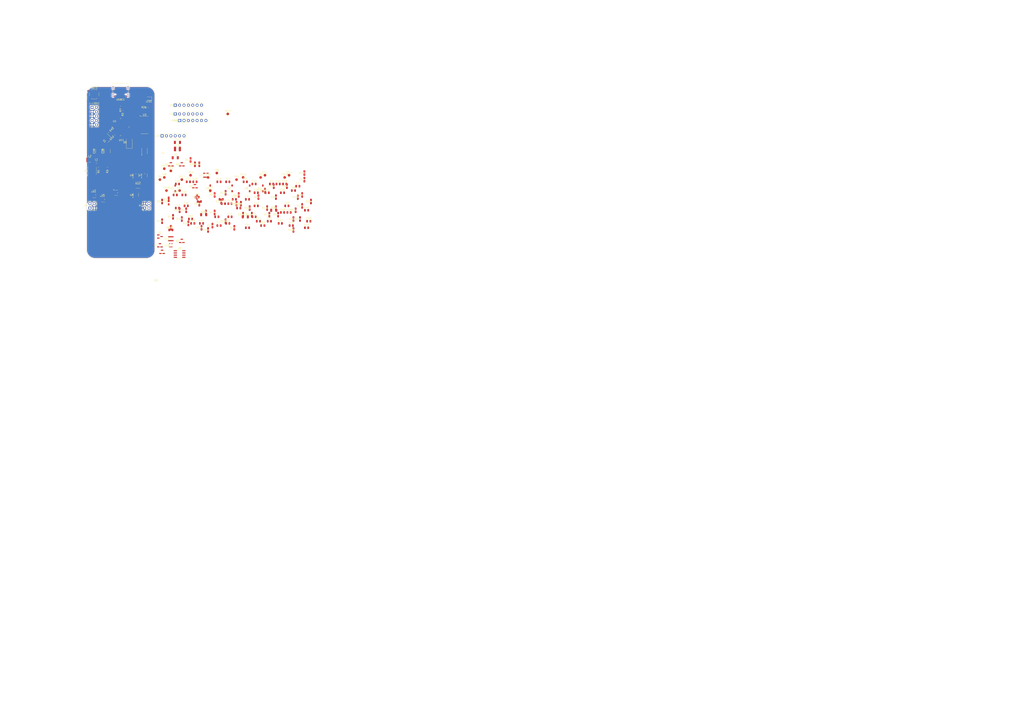
<source format=kicad_pcb>
(kicad_pcb (version 20241229) (generator "pcbnew") (generator_version "9.0")
  (title_block (title "bGeigieScint") (date "2025-11-23") (rev "1.3") (company "Safecast"))
  (layers (0 "F.Cu" signal) (4 "In1.Cu" power "GND") (6 "In2.Cu" power "VCC") (2 "B.Cu" signal) (13 "F.Paste" user) (15 "B.Paste" user) (5 "F.SilkS" user "F.Silkscreen") (7 "B.SilkS" user "B.Silkscreen") (1 "F.Mask" user) (3 "B.Mask" user) (25 "Edge.Cuts" user))
  (net 0 "")
  (net 1 "GND")
  (net 2 "Net-(U11-IN)")
  (net 3 "3V0")
  (net 4 "3V3")
  (net 5 "Vload")
  (net 6 "Net-(U11-ADJ)")
  (net 7 "Vbias")
  (net 8 "Net-(C9-Pad2)")
  (net 9 "PB03_PEAKDET_EN")
  (net 10 "USBSHIELD")
  (net 11 "RESET")
  (net 12 "Net-(U7-IN+)")
  (net 13 "Net-(Q1-C)")
  (net 14 "Net-(U4-+IN)")
  (net 15 "Net-(C29-Pad2)")
  (net 16 "Net-(C30-Pad2)")
  (net 17 "Net-(D2-C)")
  (net 18 "Net-(U6-VIN-)")
  (net 19 "Net-(U14--IN)")
  (net 20 "PA04_RAMP_OUT")
  (net 21 "Net-(U1-PA01)")
  (net 22 "Net-(U1-PA00)")
  (net 23 "Net-(U1-VDDCORE)")
  (net 24 "Net-(U1-VDDANA)")
  (net 25 "VL")
  (net 26 "Net-(D10-K)")
  (net 27 "USBDP")
  (net 28 "Vbus")
  (net 31 "USBDN")
  (net 32 "Net-(D2-A)")
  (net 33 "Net-(D3-K)")
  (net 34 "Net-(D4-A)")
  (net 35 "Net-(D4-K)")
  (net 36 "Net-(D6-K)")
  (net 37 "Net-(D6-A)")
  (net 38 "PA18_TRG_OUT")
  (net 39 "Net-(U3-Q0)")
  (net 40 "Net-(D8-A)")
  (net 41 "Net-(H2-Pad3)")
  (net 42 "Net-(H2-Pad5)")
  (net 43 "Net-(H2-Pad2)")
  (net 44 "Net-(H2-Pad4)")
  (net 45 "Net-(H2-Pad1)")
  (net 46 "Net-(H2-Pad6)")
  (net 47 "Net-(H3-Pad3)")
  (net 48 "Net-(H3-Pad2)")
  (net 49 "Net-(H3-Pad1)")
  (net 50 "Net-(H3-Pad6)")
  (net 51 "Net-(H3-Pad4)")
  (net 52 "Net-(H3-Pad5)")
  (net 53 "PA07_PEAKDET_OUT")
  (net 54 "SiPM_A")
  (net 55 "PA08_RESET")
  (net 56 "SWDCLK")
  (net 59 "SWDIO")
  (net 61 "Net-(L2-Pad2)")
  (net 62 "Net-(LED1-A)")
  (net 63 "Net-(LED1-C)")
  (net 64 "Net-(U2-VOUT)")
  (net 65 "PA17_SCL")
  (net 66 "PA16_SDA")
  (net 67 "Net-(Q1-B)")
  (net 68 "Net-(Q2-B)")
  (net 69 "VExt")
  (net 70 "PA21")
  (net 71 "Net-(Q4-D)")
  (net 72 "Net-(Q5-C)")
  (net 73 "USBVBUS")
  (net 74 "Net-(USBC1-CC1)")
  (net 75 "Net-(USBC1-CC2)")
  (net 76 "PA02_DAC_HV")
  (net 77 "Net-(BUT1-C)")
  (net 78 "Net-(U13-IN+)")
  (net 79 "PB10_HV_COMP_OUT")
  (net 80 "Net-(U13-IN-)")
  (net 81 "Net-(U4--IN)")
  (net 82 "Net-(U4-OUTPUT)")
  (net 83 "PA05_DAC_THR")
  (net 84 "PA11_RAMP_TRG")
  (net 85 "Net-(U14-+IN)")
  (net 86 "PA03_RAMP_EN")
  (net 87 "PA23_TRG_OUT")
  (net 88 "PA13_RX")
  (net 89 "PB11")
  (net 90 "PA20")
  (net 91 "PB08")
  (net 92 "PB02")
  (net 93 "PB23")
  (net 94 "PA06")
  (net 95 "PB22")
  (net 96 "PA22")
  (net 97 "PB09")
  (net 98 "PA09")
  (net 99 "TX")
  (net 100 "RX")
  (net 101 "PA15_PEAKDET_DISABLE")
  (net 102 "PA14_AFE_EN")
  (net 103 "PA10_PWM")
  (net 105 "PA12_TX")
  (net 112 "Net-(U9-Pad1)")
  (net 116 "Net-(MEAS1-Pad2)")
  (footprint "Capacitor_SMD:C_0805_2012Metric" (layer "F.Cu") (at 102.87 106.68)
    (property "Reference" "C55" (at 0 -1.68 0) (layer "F.SilkS"))
    (property "Value" "100nF")
    (pad "1" smd roundrect (at -0.95 0) (size 1 1.45) (layers "F.Cu" "F.Mask" "F.Paste") (net 1 "GND"))
    (pad "2" smd roundrect (at 0.95 0) (size 1 1.45) (layers "F.Cu" "F.Mask" "F.Paste") (net 4 "3V3"))
  )
  (footprint "Capacitor_SMD:C_0805_2012Metric" (layer "F.Cu") (at 109.22 105.41)
    (property "Reference" "C27" (at 0 -1.68 0) (layer "F.SilkS"))
    (property "Value" "100nF")
    (pad "1" smd roundrect (at -0.95 0) (size 1 1.45) (layers "F.Cu" "F.Mask" "F.Paste") (net 1 "GND"))
    (pad "2" smd roundrect (at 0.95 0) (size 1 1.45) (layers "F.Cu" "F.Mask" "F.Paste") (net 4 "3V3"))
  )
  (footprint "Capacitor_SMD:C_0805_2012Metric" (layer "F.Cu") (at 113.03 105.41)
    (property "Reference" "C29" (at 0 -1.68 0) (layer "F.SilkS"))
    (property "Value" "1nF")
    (pad "1" smd roundrect (at -0.95 0) (size 1 1.45) (layers "F.Cu" "F.Mask" "F.Paste") (net 1 "GND"))
    (pad "2" smd roundrect (at 0.95 0) (size 1 1.45) (layers "F.Cu" "F.Mask" "F.Paste") (net 15 "Net-(C29-Pad2)"))
  )
  (footprint "Capacitor_SMD:C_0805_2012Metric" (layer "F.Cu") (at 127 105.41)
    (property "Reference" "C49" (at 0 -1.68 0) (layer "F.SilkS"))
    (property "Value" "4.7uF")
    (pad "1" smd roundrect (at -0.95 0) (size 1 1.45) (layers "F.Cu" "F.Mask" "F.Paste") (net 1 "GND"))
    (pad "2" smd roundrect (at 0.95 0) (size 1 1.45) (layers "F.Cu" "F.Mask" "F.Paste") (net 24 "Net-(U1-VDDANA)"))
  )
  (footprint "Capacitor_SMD:C_0805_2012Metric" (layer "F.Cu") (at 132.08 105.41)
    (property "Reference" "C23" (at 0 -1.68 0) (layer "F.SilkS"))
    (property "Value" "100nF")
    (pad "1" smd roundrect (at -0.95 0) (size 1 1.45) (layers "F.Cu" "F.Mask" "F.Paste") (net 1 "GND"))
    (pad "2" smd roundrect (at 0.95 0) (size 1 1.45) (layers "F.Cu" "F.Mask" "F.Paste") (net 4 "3V3"))
  )
  (footprint "TestPoint:TestPoint_Pad_D1.5mm" (layer "F.Cu") (at 132.08 66.04)
    (property "Reference" "TP12" (at 0 -1.648 0) (layer "F.SilkS"))
    (property "Value" "1-POINT TEST POINT")
    (pad "1" smd circle (at 0 0) (size 1.5 1.5) (layers "F.Cu" "F.Mask") (net 69 "VExt"))
  )
  (footprint "Package_TO_SOT_SMD:SOT-23" (layer "F.Cu") (at 92.71 137.16)
    (property "Reference" "Q1" (at 0 -2.4 0) (layer "F.SilkS"))
    (property "Value" "BC847_C2910145")
    (pad "1" smd roundrect (at -0.9375 -0.95) (size 1.475 0.6) (layers "F.Cu" "F.Mask" "F.Paste") (net 67 "Net-(Q1-B)"))
    (pad "2" smd roundrect (at -0.9375 0.95) (size 1.475 0.6) (layers "F.Cu" "F.Mask" "F.Paste") (net 1 "GND"))
    (pad "3" smd roundrect (at 0.9375 0) (size 1.475 0.6) (layers "F.Cu" "F.Mask" "F.Paste") (net 13 "Net-(Q1-C)"))
  )
  (footprint "Capacitor_SMD:C_0805_2012Metric" (layer "F.Cu") (at 142.24 105.41)
    (property "Reference" "C31" (at 0 -1.68 0) (layer "F.SilkS"))
    (property "Value" "1uF")
    (pad "1" smd roundrect (at -0.95 0) (size 1 1.45) (layers "F.Cu" "F.Mask" "F.Paste") (net 1 "GND"))
    (pad "2" smd roundrect (at 0.95 0) (size 1 1.45) (layers "F.Cu" "F.Mask" "F.Paste") (net 7 "Vbias"))
  )
  (footprint "Resistor_SMD:R_0805_2012Metric" (layer "F.Cu") (at 113.03 95.25 90)
    (property "Reference" "R20" (at 0 -1.65 0) (layer "F.SilkS"))
    (property "Value" "100Ω")
    (pad "1" smd roundrect (at -0.9125 0) (size 1.025 1.4) (layers "F.Cu" "F.Mask" "F.Paste") (roundrect_rratio 0.243902) (net 35 "Net-(D4-K)"))
    (pad "2" smd roundrect (at 0.9125 0) (size 1.025 1.4) (layers "F.Cu" "F.Mask" "F.Paste") (roundrect_rratio 0.243902) (net 13 "Net-(Q1-C)"))
  )
  (footprint "TestPoint:TestPoint_Pad_D1.5mm" (layer "F.Cu") (at 99.06 99.06)
    (property "Reference" "TP9" (at 0 -1.648 0) (layer "F.SilkS"))
    (property "Value" "1-POINT TEST POINT")
    (pad "1" smd circle (at 0 0) (size 1.5 1.5) (layers "F.Cu" "F.Mask") (net 54 "SiPM_A"))
  )
  (footprint "Capacitor_SMD:C_0805_2012Metric" (layer "F.Cu") (at 147.32 106.68)
    (property "Reference" "C19" (at 0 -1.68 0) (layer "F.SilkS"))
    (property "Value" "4.7uF")
    (pad "1" smd roundrect (at -0.95 0) (size 1 1.45) (layers "F.Cu" "F.Mask" "F.Paste") (net 1 "GND"))
    (pad "2" smd roundrect (at 0.95 0) (size 1 1.45) (layers "F.Cu" "F.Mask" "F.Paste") (net 4 "3V3"))
  )
  (footprint "Connector_PinHeader_2.54mm:PinHeader_1x07_P2.54mm_Vertical" (layer "F.Cu") (at 101.6 60.96 90)
    (property "Reference" "H2" (at 0 -2.38 0) (layer "F.SilkS"))
    (property "Value" "KH-2.54PH180-1X7P-L11.5")
    (pad "1" thru_hole rect (at 0 0) (size 1.7 1.7) (drill 1) (layers "*.Cu" "*.Mask") (net 45 "Net-(H2-Pad1)"))
    (pad "2" thru_hole circle (at 0 2.54) (size 1.7 1.7) (drill 1) (layers "*.Cu" "*.Mask") (net 43 "Net-(H2-Pad2)"))
    (pad "3" thru_hole circle (at 0 5.08) (size 1.7 1.7) (drill 1) (layers "*.Cu" "*.Mask") (net 41 "Net-(H2-Pad3)"))
    (pad "4" thru_hole circle (at 0 7.62) (size 1.7 1.7) (drill 1) (layers "*.Cu" "*.Mask") (net 44 "Net-(H2-Pad4)"))
    (pad "5" thru_hole circle (at 0 10.16) (size 1.7 1.7) (drill 1) (layers "*.Cu" "*.Mask") (net 42 "Net-(H2-Pad5)"))
    (pad "6" thru_hole circle (at 0 12.7) (size 1.7 1.7) (drill 1) (layers "*.Cu" "*.Mask") (net 46 "Net-(H2-Pad6)"))
    (pad "7" thru_hole circle (at 0 15.24) (size 1.7 1.7) (drill 1) (layers "*.Cu" "*.Mask") (net 4 "3V3"))
  )
  (footprint "Resistor_SMD:R_0805_2012Metric" (layer "F.Cu") (at 110.49 92.71 90)
    (property "Reference" "R42" (at 0 -1.65 0) (layer "F.SilkS"))
    (property "Value" "100kΩ")
    (pad "1" smd roundrect (at -0.9125 0) (size 1.025 1.4) (layers "F.Cu" "F.Mask" "F.Paste") (roundrect_rratio 0.243902) (net 1 "GND"))
    (pad "2" smd roundrect (at 0.9125 0) (size 1.025 1.4) (layers "F.Cu" "F.Mask" "F.Paste") (roundrect_rratio 0.243902) (net 71 "Net-(Q4-D)"))
  )
  (footprint "Capacitor_SMD:C_0805_2012Metric" (layer "F.Cu") (at 157.48 106.68)
    (property "Reference" "C1" (at 0 -1.68 0) (layer "F.SilkS"))
    (property "Value" "1uF")
    (pad "1" smd roundrect (at -0.95 0) (size 1 1.45) (layers "F.Cu" "F.Mask" "F.Paste") (net 1 "GND"))
    (pad "2" smd roundrect (at 0.95 0) (size 1 1.45) (layers "F.Cu" "F.Mask" "F.Paste") (net 2 "Net-(U11-IN)"))
  )
  (footprint "Capacitor_SMD:C_0805_2012Metric" (layer "F.Cu") (at 161.29 106.68)
    (property "Reference" "C37" (at 0 -1.68 0) (layer "F.SilkS"))
    (property "Value" "1uF")
    (pad "1" smd roundrect (at -0.95 0) (size 1 1.45) (layers "F.Cu" "F.Mask" "F.Paste") (net 20 "PA04_RAMP_OUT"))
    (pad "2" smd roundrect (at 0.95 0) (size 1 1.45) (layers "F.Cu" "F.Mask" "F.Paste") (net 19 "Net-(U14--IN)"))
  )
  (footprint "Package_TO_SOT_SMD:SOT-23-6" (layer "F.Cu") (at 78.74 113.03 90)
    (property "Reference" "U8" (at 0 -2.4 0) (layer "F.SilkS"))
    (property "Value" "TLR341G-GTR")
    (pad "1" smd roundrect (at -1.1375 -0.95) (size 1.325 0.6) (layers "F.Cu" "F.Mask" "F.Paste") (net 13 "Net-(Q1-C)"))
    (pad "2" smd roundrect (at -1.1375 0) (size 1.325 0.6) (layers "F.Cu" "F.Mask" "F.Paste") (net 1 "GND"))
    (pad "3" smd roundrect (at -1.1375 0.95) (size 1.325 0.6) (layers "F.Cu" "F.Mask" "F.Paste") (net 53 "PA07_PEAKDET_OUT"))
    (pad "4" smd roundrect (at 1.1375 0.95) (size 1.325 0.6) (layers "F.Cu" "F.Mask" "F.Paste") (net 53 "PA07_PEAKDET_OUT"))
    (pad "5" smd roundrect (at 1.1375 0) (size 1.325 0.6) (layers "F.Cu" "F.Mask" "F.Paste") (net 9 "PB03_PEAKDET_EN"))
    (pad "6" smd roundrect (at 1.1375 -0.95) (size 1.325 0.6) (layers "F.Cu" "F.Mask" "F.Paste") (net 4 "3V3"))
  )
  (footprint "Resistor_SMD:R_0805_2012Metric" (layer "F.Cu") (at 115.57 95.25 90)
    (property "Reference" "R44" (at 0 -1.65 0) (layer "F.SilkS"))
    (property "Value" "1kΩ")
    (pad "1" smd roundrect (at -0.9125 0) (size 1.025 1.4) (layers "F.Cu" "F.Mask" "F.Paste") (roundrect_rratio 0.243902) (net 49 "Net-(H3-Pad1)"))
    (pad "2" smd roundrect (at 0.9125 0) (size 1.025 1.4) (layers "F.Cu" "F.Mask" "F.Paste") (roundrect_rratio 0.243902) (net 90 "PA20"))
  )
  (footprint "Resistor_SMD:R_0805_2012Metric" (layer "F.Cu") (at 93.98 116.84 90)
    (property "Reference" "R35" (at 0 -1.65 0) (layer "F.SilkS"))
    (property "Value" "47kΩ")
    (pad "1" smd roundrect (at -0.9125 0) (size 1.025 1.4) (layers "F.Cu" "F.Mask" "F.Paste") (roundrect_rratio 0.243902) (net 1 "GND"))
    (pad "2" smd roundrect (at 0.9125 0) (size 1.025 1.4) (layers "F.Cu" "F.Mask" "F.Paste") (roundrect_rratio 0.243902) (net 85 "Net-(U14-+IN)"))
  )
  (footprint "Resistor_SMD:R_0805_2012Metric" (layer "F.Cu") (at 93.98 128.27 90)
    (property "Reference" "R49" (at 0 -1.65 0) (layer "F.SilkS"))
    (property "Value" "1kΩ")
    (pad "1" smd roundrect (at -0.9125 0) (size 1.025 1.4) (layers "F.Cu" "F.Mask" "F.Paste") (roundrect_rratio 0.243902) (net 52 "Net-(H3-Pad5)"))
    (pad "2" smd roundrect (at 0.9125 0) (size 1.025 1.4) (layers "F.Cu" "F.Mask" "F.Paste") (roundrect_rratio 0.243902) (net 95 "PB22"))
  )
  (footprint "Connector_PinHeader_2.54mm:PinHeader_2x02_P2.54mm_Vertical" (layer "F.Cu") (at 83.82 120.65 90)
    (property "Reference" "P1" (at 1.27 -2.38 0) (layer "F.SilkS"))
    (property "Value" "Header-Male-2.54_2x2")
    (pad "1" thru_hole rect (at 0 0) (size 1.7 1.7) (drill 1) (layers "*.Cu" "*.Mask") (net 1 "GND"))
    (pad "2" thru_hole circle (at 2.54 0) (size 1.7 1.7) (drill 1) (layers "*.Cu" "*.Mask") (net 1 "GND"))
    (pad "3" thru_hole circle (at 0 2.54) (size 1.7 1.7) (drill 1) (layers "*.Cu" "*.Mask") (net 54 "SiPM_A"))
    (pad "4" thru_hole circle (at 2.54 2.54) (size 1.7 1.7) (drill 1) (layers "*.Cu" "*.Mask") (net 7 "Vbias"))
  )
  (footprint "Resistor_SMD:R_0805_2012Metric" (layer "F.Cu") (at 176.53 100.33 90)
    (property "Reference" "R40" (at 0 -1.65 0) (layer "F.SilkS"))
    (property "Value" "1kΩ")
    (pad "1" smd roundrect (at -0.9125 0) (size 1.025 1.4) (layers "F.Cu" "F.Mask" "F.Paste") (roundrect_rratio 0.243902) (net 56 "SWDCLK"))
    (pad "2" smd roundrect (at 0.9125 0) (size 1.025 1.4) (layers "F.Cu" "F.Mask" "F.Paste") (roundrect_rratio 0.243902) (net 4 "3V3"))
  )
  (footprint "Button_Switch_SMD:SW_SPST_TL3342" (layer "F.Cu") (at 54.61 54.61)
    (property "Reference" "BUT1" (at 0 -3.75 0) (layer "F.SilkS"))
    (property "Value" "TS-1187A-B-A-B")
    (pad "1" smd rect (at -3.15 -1.9) (size 1.7 1) (layers "F.Cu" "F.Mask" "F.Paste") (net 1 "GND"))
    (pad "1" smd rect (at 3.15 -1.9) (size 1.7 1) (layers "F.Cu" "F.Mask" "F.Paste") (net 1 "GND"))
    (pad "2" smd rect (at -3.15 1.9) (size 1.7 1) (layers "F.Cu" "F.Mask" "F.Paste") (net 1 "GND"))
    (pad "2" smd rect (at 3.15 1.9) (size 1.7 1) (layers "F.Cu" "F.Mask" "F.Paste") (net 1 "GND"))
  )
  (footprint "Resistor_SMD:R_0805_2012Metric" (layer "F.Cu") (at 176.53 104.14 90)
    (property "Reference" "R43" (at 0 -1.65 0) (layer "F.SilkS"))
    (property "Value" "1kΩ")
    (pad "1" smd roundrect (at -0.9125 0) (size 1.025 1.4) (layers "F.Cu" "F.Mask" "F.Paste") (roundrect_rratio 0.243902) (net 48 "Net-(H3-Pad2)"))
    (pad "2" smd roundrect (at 0.9125 0) (size 1.025 1.4) (layers "F.Cu" "F.Mask" "F.Paste") (roundrect_rratio 0.243902) (net 89 "PB11"))
  )
  (footprint "Capacitor_SMD:C_0805_2012Metric" (layer "F.Cu") (at 165.1 106.68)
    (property "Reference" "C18" (at 0 -1.68 0) (layer "F.SilkS"))
    (property "Value" "100nF")
    (pad "1" smd roundrect (at -0.95 0) (size 1 1.45) (layers "F.Cu" "F.Mask" "F.Paste") (net 1 "GND"))
    (pad "2" smd roundrect (at 0.95 0) (size 1 1.45) (layers "F.Cu" "F.Mask" "F.Paste") (net 4 "3V3"))
  )
  (footprint "Capacitor_SMD:C_0805_2012Metric" (layer "F.Cu") (at 172.72 107.95)
    (property "Reference" "C2" (at 0 -1.68 0) (layer "F.SilkS"))
    (property "Value" "10nF")
    (pad "1" smd roundrect (at -0.95 0) (size 1 1.45) (layers "F.Cu" "F.Mask" "F.Paste") (net 1 "GND"))
    (pad "2" smd roundrect (at 0.95 0) (size 1 1.45) (layers "F.Cu" "F.Mask" "F.Paste") (net 4 "3V3"))
  )
  (footprint "Resistor_SMD:R_0805_2012Metric" (layer "F.Cu") (at 170.18 133.35 90)
    (property "Reference" "R18" (at 0 -1.65 0) (layer "F.SilkS"))
    (property "Value" "100Ω")
    (pad "1" smd roundrect (at -0.9125 0) (size 1.025 1.4) (layers "F.Cu" "F.Mask" "F.Paste") (roundrect_rratio 0.243902) (net 1 "GND"))
    (pad "2" smd roundrect (at 0.9125 0) (size 1.025 1.4) (layers "F.Cu" "F.Mask" "F.Paste") (roundrect_rratio 0.243902) (net 54 "SiPM_A"))
  )
  (footprint "Capacitor_SMD:C_0805_2012Metric" (layer "F.Cu") (at 66.04 78.74 135)
    (property "Reference" "C42" (at 0 -1.679999 45) (layer "F.SilkS"))
    (property "Value" "18pF")
    (pad "1" smd roundrect (at -0.949999 0 45) (size 1 1.45) (layers "F.Cu" "F.Mask" "F.Paste") (net 1 "GND"))
    (pad "2" smd roundrect (at 0.949999 0 45) (size 1 1.45) (layers "F.Cu" "F.Mask" "F.Paste") (net 21 "Net-(U1-PA01)"))
  )
  (footprint "TestPoint:TestPoint_Pad_D1.5mm" (layer "F.Cu") (at 110.49 101.6)
    (property "Reference" "TP10" (at 0 -1.648 0) (layer "F.SilkS"))
    (property "Value" "1-POINT TEST POINT")
    (pad "1" smd circle (at 0 0) (size 1.5 1.5) (layers "F.Cu" "F.Mask") (net 82 "Net-(U4-OUTPUT)"))
  )
  (footprint "Capacitor_SMD:C_0805_2012Metric" (layer "F.Cu") (at 101.6 113.03)
    (property "Reference" "C16" (at 0 -1.68 0) (layer "F.SilkS"))
    (property "Value" "1nF")
    (pad "1" smd roundrect (at -0.95 0) (size 1 1.45) (layers "F.Cu" "F.Mask" "F.Paste") (net 1 "GND"))
    (pad "2" smd roundrect (at 0.95 0) (size 1 1.45) (layers "F.Cu" "F.Mask" "F.Paste") (net 13 "Net-(Q1-C)"))
  )
  (footprint "Capacitor_SMD:C_0805_2012Metric" (layer "F.Cu") (at 106.68 113.03)
    (property "Reference" "C33" (at 0 -1.68 0) (layer "F.SilkS"))
    (property "Value" "1uF")
    (pad "1" smd roundrect (at -0.95 0) (size 1 1.45) (layers "F.Cu" "F.Mask" "F.Paste") (net 1 "GND"))
    (pad "2" smd roundrect (at 0.95 0) (size 1 1.45) (layers "F.Cu" "F.Mask" "F.Paste") (net 4 "3V3"))
  )
  (footprint "Resistor_SMD:R_0805_2012Metric" (layer "F.Cu") (at 158.75 107.95 90)
    (property "Reference" "R33" (at 0 -1.65 0) (layer "F.SilkS"))
    (property "Value" "1kΩ")
    (pad "1" smd roundrect (at -0.9125 0) (size 1.025 1.4) (layers "F.Cu" "F.Mask" "F.Paste") (roundrect_rratio 0.243902) (net 83 "PA05_DAC_THR"))
    (pad "2" smd roundrect (at 0.9125 0) (size 1.025 1.4) (layers "F.Cu" "F.Mask" "F.Paste") (roundrect_rratio 0.243902) (net 18 "Net-(U6-VIN-)"))
  )
  (footprint "Resistor_SMD:R_0805_2012Metric" (layer "F.Cu") (at 166.37 107.95 90)
    (property "Reference" "R50" (at 0 -1.65 0) (layer "F.SilkS"))
    (property "Value" "1kΩ")
    (pad "1" smd roundrect (at -0.9125 0) (size 1.025 1.4) (layers "F.Cu" "F.Mask" "F.Paste") (roundrect_rratio 0.243902) (net 47 "Net-(H3-Pad3)"))
    (pad "2" smd roundrect (at 0.9125 0) (size 1.025 1.4) (layers "F.Cu" "F.Mask" "F.Paste") (roundrect_rratio 0.243902) (net 87 "PA23_TRG_OUT"))
  )
  (footprint "Package_TO_SOT_SMD:SOT-23-6" (layer "F.Cu") (at 99.06 138.43 90)
    (property "Reference" "U14" (at 0 -2.4 0) (layer "F.SilkS"))
    (property "Value" "TLR341G-GTR")
    (pad "1" smd roundrect (at -1.1375 -0.95) (size 1.325 0.6) (layers "F.Cu" "F.Mask" "F.Paste") (net 85 "Net-(U14-+IN)"))
    (pad "2" smd roundrect (at -1.1375 0) (size 1.325 0.6) (layers "F.Cu" "F.Mask" "F.Paste") (net 1 "GND"))
    (pad "3" smd roundrect (at -1.1375 0.95) (size 1.325 0.6) (layers "F.Cu" "F.Mask" "F.Paste") (net 19 "Net-(U14--IN)"))
    (pad "4" smd roundrect (at 1.1375 0.95) (size 1.325 0.6) (layers "F.Cu" "F.Mask" "F.Paste") (net 20 "PA04_RAMP_OUT"))
    (pad "5" smd roundrect (at 1.1375 0) (size 1.325 0.6) (layers "F.Cu" "F.Mask" "F.Paste") (net 86 "PA03_RAMP_EN"))
    (pad "6" smd roundrect (at 1.1375 -0.95) (size 1.325 0.6) (layers "F.Cu" "F.Mask" "F.Paste") (net 4 "3V3"))
  )
  (footprint "Package_SO:SOIC-16_3.9x9.9mm_P1.27mm" (layer "F.Cu") (at 83.82 72.39)
    (property "Reference" "U3" (at 0 -5.9 0) (layer "F.SilkS"))
    (property "Value" "MC14043BDR2G")
    (pad "1" smd roundrect (at -2.475 -4.445) (size 1.95 0.6) (layers "F.Cu" "F.Mask" "F.Paste"))
    (pad "2" smd roundrect (at -2.475 -3.175) (size 1.95 0.6) (layers "F.Cu" "F.Mask" "F.Paste") (net 39 "Net-(U3-Q0)"))
    (pad "3" smd roundrect (at -2.475 -1.905) (size 1.95 0.6) (layers "F.Cu" "F.Mask" "F.Paste") (net 101 "PA15_PEAKDET_DISABLE"))
    (pad "4" smd roundrect (at -2.475 -0.635) (size 1.95 0.6) (layers "F.Cu" "F.Mask" "F.Paste") (net 38 "PA18_TRG_OUT"))
    (pad "5" smd roundrect (at -2.475 0.635) (size 1.95 0.6) (layers "F.Cu" "F.Mask" "F.Paste") (net 4 "3V3"))
    (pad "6" smd roundrect (at -2.475 1.905) (size 1.95 0.6) (layers "F.Cu" "F.Mask" "F.Paste") (net 1 "GND"))
    (pad "7" smd roundrect (at -2.475 3.175) (size 1.95 0.6) (layers "F.Cu" "F.Mask" "F.Paste") (net 1 "GND"))
    (pad "8" smd roundrect (at -2.475 4.445) (size 1.95 0.6) (layers "F.Cu" "F.Mask" "F.Paste") (net 1 "GND"))
    (pad "9" smd roundrect (at 2.475 4.445) (size 1.95 0.6) (layers "F.Cu" "F.Mask" "F.Paste"))
    (pad "10" smd roundrect (at 2.475 3.175) (size 1.95 0.6) (layers "F.Cu" "F.Mask" "F.Paste"))
    (pad "11" smd roundrect (at 2.475 1.905) (size 1.95 0.6) (layers "F.Cu" "F.Mask" "F.Paste") (net 1 "GND"))
    (pad "12" smd roundrect (at 2.475 0.635) (size 1.95 0.6) (layers "F.Cu" "F.Mask" "F.Paste") (net 1 "GND"))
    (pad "13" smd roundrect (at 2.475 -0.635) (size 1.95 0.6) (layers "F.Cu" "F.Mask" "F.Paste"))
    (pad "14" smd roundrect (at 2.475 -1.905) (size 1.95 0.6) (layers "F.Cu" "F.Mask" "F.Paste") (net 1 "GND"))
    (pad "15" smd roundrect (at 2.475 -3.175) (size 1.95 0.6) (layers "F.Cu" "F.Mask" "F.Paste") (net 1 "GND"))
    (pad "16" smd roundrect (at 2.475 -4.445) (size 1.95 0.6) (layers "F.Cu" "F.Mask" "F.Paste") (net 4 "3V3"))
  )
  (footprint "Capacitor_SMD:C_0805_2012Metric" (layer "F.Cu") (at 114.3 114.3)
    (property "Reference" "C9" (at 0 -1.68 0) (layer "F.SilkS"))
    (property "Value" "30pF")
    (pad "1" smd roundrect (at -0.95 0) (size 1 1.45) (layers "F.Cu" "F.Mask" "F.Paste") (net 9 "PB03_PEAKDET_EN"))
    (pad "2" smd roundrect (at 0.95 0) (size 1 1.45) (layers "F.Cu" "F.Mask" "F.Paste") (net 8 "Net-(C9-Pad2)"))
  )
  (footprint "Package_TO_SOT_SMD:SOT-23" (layer "F.Cu") (at 99.06 95.25 90)
    (property "Reference" "Q4" (at 0 -2.4 0) (layer "F.SilkS"))
    (property "Value" "AO3401A")
    (pad "1" smd roundrect (at -0.9375 -0.95) (size 1.475 0.6) (layers "F.Cu" "F.Mask" "F.Paste") (net 70 "PA21"))
    (pad "2" smd roundrect (at -0.9375 0.95) (size 1.475 0.6) (layers "F.Cu" "F.Mask" "F.Paste") (net 26 "Net-(D10-K)"))
    (pad "3" smd roundrect (at 0.9375 0) (size 1.475 0.6) (layers "F.Cu" "F.Mask" "F.Paste") (net 71 "Net-(Q4-D)"))
  )
  (footprint "Package_SO:SO-8_3.9x4.9mm_P1.27mm" (layer "F.Cu") (at 53.34 99.06 90)
    (property "Reference" "D1" (at 0 -3.4 0) (layer "F.SilkS"))
    (property "Value" "NUP2114UCMR6T1G")
    (pad "1" smd roundrect (at -2.575 -1.905) (size 1.75 0.6) (layers "F.Cu" "F.Mask" "F.Paste") (net 31 "USBDN"))
    (pad "2" smd roundrect (at -2.575 -0.635) (size 1.75 0.6) (layers "F.Cu" "F.Mask" "F.Paste") (net 1 "GND"))
    (pad "3" smd roundrect (at -2.575 0.635) (size 1.75 0.6) (layers "F.Cu" "F.Mask" "F.Paste"))
    (pad "4" smd roundrect (at -2.575 1.905) (size 1.75 0.6) (layers "F.Cu" "F.Mask" "F.Paste"))
    (pad "5" smd roundrect (at 2.575 1.905) (size 1.75 0.6) (layers "F.Cu" "F.Mask" "F.Paste") (net 28 "Vbus"))
    (pad "6" smd roundrect (at 2.575 0.635) (size 1.75 0.6) (layers "F.Cu" "F.Mask" "F.Paste") (net 27 "USBDP"))
    (pad "7" smd roundrect (at 2.575 -0.635) (size 1.75 0.6) (layers "F.Cu" "F.Mask" "F.Paste"))
    (pad "8" smd roundrect (at 2.575 -1.905) (size 1.75 0.6) (layers "F.Cu" "F.Mask" "F.Paste"))
  )
  (footprint "Crystal:Crystal_SMD_3225-4Pin_3.2x2.5mm" (layer "F.Cu") (at 62.23 80.01 135)
    (property "Reference" "X1" (at 0 -2.450001 135) (layer "F.SilkS"))
    (property "Value" "32.768kHz")
    (pad "1" smd roundrect (at -1.1 0.85 135) (size 1.4 1.2) (layers "F.Cu" "F.Mask" "F.Paste") (roundrect_rratio 0.208333) (net 21 "Net-(U1-PA01)"))
    (pad "2" smd roundrect (at 1.1 0.85 135) (size 1.4 1.2) (layers "F.Cu" "F.Mask" "F.Paste") (roundrect_rratio 0.208333) (net 22 "Net-(U1-PA00)"))
    (pad "3" smd roundrect (at 1.1 -0.85 135) (size 1.4 1.2) (layers "F.Cu" "F.Mask" "F.Paste") (roundrect_rratio 0.208333))
    (pad "4" smd roundrect (at -1.1 -0.85 135) (size 1.4 1.2) (layers "F.Cu" "F.Mask" "F.Paste") (roundrect_rratio 0.208333))
  )
  (footprint "Capacitor_SMD:C_0805_2012Metric" (layer "F.Cu") (at 128.27 115.57)
    (property "Reference" "C14" (at 0 -1.68 0) (layer "F.SilkS"))
    (property "Value" "1uF")
    (pad "1" smd roundrect (at -0.95 0) (size 1 1.45) (layers "F.Cu" "F.Mask" "F.Paste") (net 1 "GND"))
    (pad "2" smd roundrect (at 0.95 0) (size 1 1.45) (layers "F.Cu" "F.Mask" "F.Paste") (net 4 "3V3"))
  )
  (footprint "Capacitor_SMD:C_0805_2012Metric" (layer "F.Cu") (at 135.89 115.57)
    (property "Reference" "C28" (at 0 -1.68 0) (layer "F.SilkS"))
    (property "Value" "1uF")
    (pad "1" smd roundrect (at -0.95 0) (size 1 1.45) (layers "F.Cu" "F.Mask" "F.Paste") (net 1 "GND"))
    (pad "2" smd roundrect (at 0.95 0) (size 1 1.45) (layers "F.Cu" "F.Mask" "F.Paste") (net 7 "Vbias"))
  )
  (footprint "Connector_PinHeader_2.54mm:PinHeader_2x05_P2.54mm_Vertical" (layer "F.Cu") (at 53.34 62.23)
    (property "Reference" "J-LINK1" (at 1.27 -2.38 0) (layer "F.SilkS"))
    (property "Value" "20021111-00010T4LF")
    (pad "1" thru_hole rect (at 0 0) (size 1.7 1.7) (drill 1) (layers "*.Cu" "*.Mask") (net 4 "3V3"))
    (pad "2" thru_hole circle (at 2.54 0) (size 1.7 1.7) (drill 1) (layers "*.Cu" "*.Mask") (net 59 "SWDIO"))
    (pad "3" thru_hole circle (at 0 2.54) (size 1.7 1.7) (drill 1) (layers "*.Cu" "*.Mask") (net 1 "GND"))
    (pad "4" thru_hole circle (at 2.54 2.54) (size 1.7 1.7) (drill 1) (layers "*.Cu" "*.Mask") (net 56 "SWDCLK"))
    (pad "5" thru_hole circle (at 0 5.08) (size 1.7 1.7) (drill 1) (layers "*.Cu" "*.Mask") (net 1 "GND"))
    (pad "6" thru_hole circle (at 2.54 5.08) (size 1.7 1.7) (drill 1) (layers "*.Cu" "*.Mask"))
    (pad "7" thru_hole circle (at 0 7.62) (size 1.7 1.7) (drill 1) (layers "*.Cu" "*.Mask"))
    (pad "8" thru_hole circle (at 2.54 7.62) (size 1.7 1.7) (drill 1) (layers "*.Cu" "*.Mask"))
    (pad "9" thru_hole circle (at 0 10.16) (size 1.7 1.7) (drill 1) (layers "*.Cu" "*.Mask") (net 1 "GND"))
    (pad "10" thru_hole circle (at 2.54 10.16) (size 1.7 1.7) (drill 1) (layers "*.Cu" "*.Mask") (net 11 "RESET"))
  )
  (footprint "Resistor_SMD:R_0805_2012Metric" (layer "F.Cu") (at 180.34 116.84 90)
    (property "Reference" "R30" (at 0 -1.65 0) (layer "F.SilkS"))
    (property "Value" "1kΩ")
    (pad "1" smd roundrect (at -0.9125 0) (size 1.025 1.4) (layers "F.Cu" "F.Mask" "F.Paste") (roundrect_rratio 0.243902) (net 16 "Net-(C30-Pad2)"))
    (pad "2" smd roundrect (at 0.9125 0) (size 1.025 1.4) (layers "F.Cu" "F.Mask" "F.Paste") (roundrect_rratio 0.243902) (net 14 "Net-(U4-+IN)"))
  )
  (footprint "Resistor_SMD:R_0805_2012Metric" (layer "F.Cu") (at 85.09 62.23 90)
    (property "Reference" "R26" (at 0 -1.65 0) (layer "F.SilkS"))
    (property "Value" "2.2kΩ")
    (pad "1" smd roundrect (at -0.9125 0) (size 1.025 1.4) (layers "F.Cu" "F.Mask" "F.Paste") (roundrect_rratio 0.243902) (net 8 "Net-(C9-Pad2)"))
    (pad "2" smd roundrect (at 0.9125 0) (size 1.025 1.4) (layers "F.Cu" "F.Mask" "F.Paste") (roundrect_rratio 0.243902) (net 67 "Net-(Q1-B)"))
  )
  (footprint "Resistor_SMD:R_0805_2012Metric" (layer "F.Cu") (at 97.79 115.57 90)
    (property "Reference" "R21" (at 0 -1.65 0) (layer "F.SilkS"))
    (property "Value" "6.8kΩ")
    (pad "1" smd roundrect (at -0.9125 0) (size 1.025 1.4) (layers "F.Cu" "F.Mask" "F.Paste") (roundrect_rratio 0.243902) (net 55 "PA08_RESET"))
    (pad "2" smd roundrect (at 0.9125 0) (size 1.025 1.4) (layers "F.Cu" "F.Mask" "F.Paste") (roundrect_rratio 0.243902) (net 67 "Net-(Q1-B)"))
  )
  (footprint "Connector_PinHeader_2.54mm:PinHeader_1x07_P2.54mm_Vertical" (layer "F.Cu") (at 101.6 66.04 90)
    (property "Reference" "H3" (at 0 -2.38 0) (layer "F.SilkS"))
    (property "Value" "KH-2.54PH180-1X7P-L11.5")
    (pad "1" thru_hole rect (at 0 0) (size 1.7 1.7) (drill 1) (layers "*.Cu" "*.Mask") (net 49 "Net-(H3-Pad1)"))
    (pad "2" thru_hole circle (at 0 2.54) (size 1.7 1.7) (drill 1) (layers "*.Cu" "*.Mask") (net 48 "Net-(H3-Pad2)"))
    (pad "3" thru_hole circle (at 0 5.08) (size 1.7 1.7) (drill 1) (layers "*.Cu" "*.Mask") (net 47 "Net-(H3-Pad3)"))
    (pad "4" thru_hole circle (at 0 7.62) (size 1.7 1.7) (drill 1) (layers "*.Cu" "*.Mask") (net 51 "Net-(H3-Pad4)"))
    (pad "5" thru_hole circle (at 0 10.16) (size 1.7 1.7) (drill 1) (layers "*.Cu" "*.Mask") (net 52 "Net-(H3-Pad5)"))
    (pad "6" thru_hole circle (at 0 12.7) (size 1.7 1.7) (drill 1) (layers "*.Cu" "*.Mask") (net 50 "Net-(H3-Pad6)"))
    (pad "7" thru_hole circle (at 0 15.24) (size 1.7 1.7) (drill 1) (layers "*.Cu" "*.Mask") (net 1 "GND"))
  )
  (footprint "Capacitor_SMD:C_0805_2012Metric" (layer "F.Cu") (at 143.51 115.57)
    (property "Reference" "C51" (at 0 -1.68 0) (layer "F.SilkS"))
    (property "Value" "100nF")
    (pad "1" smd roundrect (at -0.95 0) (size 1 1.45) (layers "F.Cu" "F.Mask" "F.Paste") (net 1 "GND"))
    (pad "2" smd roundrect (at 0.95 0) (size 1 1.45) (layers "F.Cu" "F.Mask" "F.Paste") (net 4 "3V3"))
  )
  (footprint "Package_TO_SOT_SMD:SOT-23-5" (layer "F.Cu") (at 78.74 101.6 90)
    (property "Reference" "U6" (at 0 -2.4 0) (layer "F.SilkS"))
    (property "Value" "TLV3201AIDBVT")
    (pad "1" smd roundrect (at -1.1375 -0.95) (size 1.325 0.6) (layers "F.Cu" "F.Mask" "F.Paste") (net 38 "PA18_TRG_OUT"))
    (pad "2" smd roundrect (at -1.1375 0) (size 1.325 0.6) (layers "F.Cu" "F.Mask" "F.Paste") (net 1 "GND"))
    (pad "3" smd roundrect (at -1.1375 0.95) (size 1.325 0.6) (layers "F.Cu" "F.Mask" "F.Paste") (net 82 "Net-(U4-OUTPUT)"))
    (pad "4" smd roundrect (at 1.1375 0.95) (size 1.325 0.6) (layers "F.Cu" "F.Mask" "F.Paste") (net 18 "Net-(U6-VIN-)"))
    (pad "5" smd roundrect (at 1.1375 -0.95) (size 1.325 0.6) (layers "F.Cu" "F.Mask" "F.Paste") (net 4 "3V3"))
  )
  (footprint "TestPoint:TestPoint_Pad_D1.5mm" (layer "F.Cu") (at 125.73 100.33)
    (property "Reference" "TP6" (at 0 -1.648 0) (layer "F.SilkS"))
    (property "Value" "1-POINT TEST POINT")
    (pad "1" smd circle (at 0 0) (size 1.5 1.5) (layers "F.Cu" "F.Mask") (net 64 "Net-(U2-VOUT)"))
  )
  (footprint "Capacitor_SMD:C_0805_2012Metric" (layer "F.Cu") (at 148.59 111.76)
    (property "Reference" "C26" (at 0 -1.68 0) (layer "F.SilkS"))
    (property "Value" "100nF")
    (pad "1" smd roundrect (at -0.95 0) (size 1 1.45) (layers "F.Cu" "F.Mask" "F.Paste") (net 1 "GND"))
    (pad "2" smd roundrect (at 0.95 0) (size 1 1.45) (layers "F.Cu" "F.Mask" "F.Paste") (net 4 "3V3"))
  )
  (footprint "Connector_PinHeader_2.54mm:PinHeader_1x02_P2.54mm_Vertical" (layer "F.Cu") (at 104.14 69.85 90)
    (property "Reference" "MEAS1" (at 0 -2.38 0) (layer "F.SilkS"))
    (property "Value" "KH-2.54PH90-1X2P-L13.8")
    (pad "1" thru_hole rect (at 0 0) (size 1.7 1.7) (drill 1) (layers "*.Cu" "*.Mask") (net 64 "Net-(U2-VOUT)"))
    (pad "2" thru_hole circle (at 0 2.54) (size 1.7 1.7) (drill 1) (layers "*.Cu" "*.Mask") (net 116 "Net-(MEAS1-Pad2)"))
  )
  (footprint "Capacitor_SMD:C_0805_2012Metric" (layer "F.Cu") (at 154.94 111.76)
    (property "Reference" "C41" (at 0 -1.68 0) (layer "F.SilkS"))
    (property "Value" "100nF")
    (pad "1" smd roundrect (at -0.95 0) (size 1 1.45) (layers "F.Cu" "F.Mask" "F.Paste") (net 1 "GND"))
    (pad "2" smd roundrect (at 0.95 0) (size 1 1.45) (layers "F.Cu" "F.Mask" "F.Paste") (net 4 "3V3"))
  )
  (footprint "Capacitor_SMD:C_0805_2012Metric" (layer "F.Cu") (at 163.83 111.76)
    (property "Reference" "C36" (at 0 -1.68 0) (layer "F.SilkS"))
    (property "Value" "100nF")
    (pad "1" smd roundrect (at -0.95 0) (size 1 1.45) (layers "F.Cu" "F.Mask" "F.Paste") (net 1 "GND"))
    (pad "2" smd roundrect (at 0.95 0) (size 1 1.45) (layers "F.Cu" "F.Mask" "F.Paste") (net 4 "3V3"))
  )
  (footprint "Capacitor_SMD:C_0805_2012Metric" (layer "F.Cu") (at 170.18 110.49)
    (property "Reference" "C8" (at 0 -1.68 0) (layer "F.SilkS"))
    (property "Value" "10nF")
    (pad "1" smd roundrect (at -0.95 0) (size 1 1.45) (layers "F.Cu" "F.Mask" "F.Paste") (net 6 "Net-(U11-ADJ)"))
    (pad "2" smd roundrect (at 0.95 0) (size 1 1.45) (layers "F.Cu" "F.Mask" "F.Paste") (net 7 "Vbias"))
  )
  (footprint "TestPoint:TestPoint_Pad_D1.5mm" (layer "F.Cu") (at 140.97 102.87)
    (property "Reference" "TP15" (at 0 -1.648 0) (layer "F.SilkS"))
    (property "Value" "1-POINT TEST POINT")
    (pad "1" smd circle (at 0 0) (size 1.5 1.5) (layers "F.Cu" "F.Mask") (net 100 "RX"))
  )
  (footprint "Resistor_SMD:R_0805_2012Metric" (layer "F.Cu") (at 120.65 133.35 90)
    (property "Reference" "R31" (at 0 -1.65 0) (layer "F.SilkS"))
    (property "Value" "510Ω")
    (pad "1" smd roundrect (at -0.9125 0) (size 1.025 1.4) (layers "F.Cu" "F.Mask" "F.Paste") (roundrect_rratio 0.243902) (net 33 "Net-(D3-K)"))
    (pad "2" smd roundrect (at 0.9125 0) (size 1.025 1.4) (layers "F.Cu" "F.Mask" "F.Paste") (roundrect_rratio 0.243902) (net 16 "Net-(C30-Pad2)"))
  )
  (footprint "Diode_SMD:D_SOD-123" (layer "F.Cu") (at 101.6 109.22 90)
    (property "Reference" "D5" (at 0 -2 0) (layer "F.SilkS"))
    (property "Value" "1N4148W_C81598")
    (pad "1" smd roundrect (at -1.65 0) (size 0.9 1.2) (layers "F.Cu" "F.Mask" "F.Paste") (net 3 "3V0"))
    (pad "2" smd roundrect (at 1.65 0) (size 0.9 1.2) (layers "F.Cu" "F.Mask" "F.Paste") (net 33 "Net-(D3-K)"))
  )
  (footprint "Package_TO_SOT_SMD:SOT-23" (layer "F.Cu") (at 113.03 107.95 90)
    (property "Reference" "D2" (at 0 -2.4 0) (layer "F.SilkS"))
    (property "Value" "BAS21HT1G")
    (pad "1" smd roundrect (at -0.9375 -0.95) (size 1.475 0.6) (layers "F.Cu" "F.Mask" "F.Paste") (net 17 "Net-(D2-C)"))
    (pad "2" smd roundrect (at -0.9375 0.95) (size 1.475 0.6) (layers "F.Cu" "F.Mask" "F.Paste") (net 32 "Net-(D2-A)"))
    (pad "3" smd roundrect (at 0.9375 0) (size 1.475 0.6) (layers "F.Cu" "F.Mask" "F.Paste"))
  )
  (footprint "TestPoint:TestPoint_Pad_D1.5mm" (layer "F.Cu") (at 153.67 101.6)
    (property "Reference" "TP11" (at 0 -1.648 0) (layer "F.SilkS"))
    (property "Value" "1-POINT TEST POINT")
    (pad "1" smd circle (at 0 0) (size 1.5 1.5) (layers "F.Cu" "F.Mask") (net 38 "PA18_TRG_OUT"))
  )
  (footprint "Resistor_SMD:R_0805_2012Metric" (layer "F.Cu") (at 114.3 114.3 90)
    (property "Reference" "R9" (at 0 -1.65 0) (layer "F.SilkS"))
    (property "Value" "1kΩ")
    (pad "1" smd roundrect (at -0.9125 0) (size 1.025 1.4) (layers "F.Cu" "F.Mask" "F.Paste") (roundrect_rratio 0.243902) (net 76 "PA02_DAC_HV"))
    (pad "2" smd roundrect (at 0.9125 0) (size 1.025 1.4) (layers "F.Cu" "F.Mask" "F.Paste") (roundrect_rratio 0.243902) (net 15 "Net-(C29-Pad2)"))
  )
  (footprint "Capacitor_SMD:C_0805_2012Metric" (layer "F.Cu") (at 177.8 121.92)
    (property "Reference" "C44" (at 0 -1.68 0) (layer "F.SilkS"))
    (property "Value" "4.7uF")
    (pad "1" smd roundrect (at -0.95 0) (size 1 1.45) (layers "F.Cu" "F.Mask" "F.Paste") (net 1 "GND"))
    (pad "2" smd roundrect (at 0.95 0) (size 1 1.45) (layers "F.Cu" "F.Mask" "F.Paste") (net 4 "3V3"))
  )
  (footprint "Diode_SMD:D_SMA" (layer "F.Cu") (at 74.93 82.55 90)
    (property "Reference" "D9" (at 0 -2.5 0) (layer "F.SilkS"))
    (property "Value" "SS34_C8678")
    (pad "1" smd roundrect (at -2 0) (size 2.5 1.8) (layers "F.Cu" "F.Mask" "F.Paste") (roundrect_rratio 0.1388888889) (net 5 "Vload"))
    (pad "2" smd roundrect (at 2 0) (size 2.5 1.8) (layers "F.Cu" "F.Mask" "F.Paste") (roundrect_rratio 0.1388888889) (net 28 "Vbus"))
  )
  (footprint "Connector_PinSocket_2.54mm:PinSocket_1x06_P2.54mm_Vertical" (layer "F.Cu") (at 93.98 78.74 90)
    (property "Reference" "U15" (at 0 -2.77 0) (layer "F.SilkS"))
    (property "Value" "803-87-006-10-001101")
    (pad "1" thru_hole rect (at 0 0) (size 1.7 1.7) (drill 1) (layers "*.Cu" "*.Mask") (net 1 "GND"))
    (pad "2" thru_hole circle (at 0 2.54) (size 1.7 1.7) (drill 1) (layers "*.Cu" "*.Mask") (net 69 "VExt"))
    (pad "3" thru_hole circle (at 0 5.08) (size 1.7 1.7) (drill 1) (layers "*.Cu" "*.Mask") (net 100 "RX"))
    (pad "4" thru_hole circle (at 0 7.62) (size 1.7 1.7) (drill 1) (layers "*.Cu" "*.Mask") (net 4 "3V3"))
    (pad "5" thru_hole circle (at 0 10.16) (size 1.7 1.7) (drill 1) (layers "*.Cu" "*.Mask") (net 99 "TX"))
    (pad "6" thru_hole circle (at 0 12.7) (size 1.7 1.7) (drill 1) (layers "*.Cu" "*.Mask") (net 25 "VL"))
  )
  (footprint "Resistor_SMD:R_0805_2012Metric" (layer "F.Cu") (at 124.46 113.03 90)
    (property "Reference" "R29" (at 0 -1.65 0) (layer "F.SilkS"))
    (property "Value" "1kΩ")
    (pad "1" smd roundrect (at -0.9125 0) (size 1.025 1.4) (layers "F.Cu" "F.Mask" "F.Paste") (roundrect_rratio 0.243902) (net 1 "GND"))
    (pad "2" smd roundrect (at 0.9125 0) (size 1.025 1.4) (layers "F.Cu" "F.Mask" "F.Paste") (roundrect_rratio 0.243902) (net 81 "Net-(U4--IN)"))
  )
  (footprint "Package_TO_SOT_SMD:SOT-23" (layer "F.Cu") (at 93.98 146.05 90)
    (property "Reference" "Q3" (at -16.5354 -3.5318 0) (layer "F.SilkS"))
    (property "Value" "AO3401A")
    (pad "1" smd roundrect (at -0.9375 -0.95) (size 1.475 0.6) (layers "F.Cu" "F.Mask" "F.Paste") (net 28 "Vbus"))
    (pad "2" smd roundrect (at -0.9375 0.95) (size 1.475 0.6) (layers "F.Cu" "F.Mask" "F.Paste") (net 5 "Vload"))
    (pad "3" smd roundrect (at 0.9375 0) (size 1.475 0.6) (layers "F.Cu" "F.Mask" "F.Paste") (net 69 "VExt"))
  )
  (footprint "Diode_SMD:D_SOD-123" (layer "F.Cu") (at 121.92 109.22 90)
    (property "Reference" "D3" (at 0 -2 0) (layer "F.SilkS"))
    (property "Value" "1N4148W_C81598")
    (pad "1" smd roundrect (at -1.65 0) (size 0.9 1.2) (layers "F.Cu" "F.Mask" "F.Paste") (net 33 "Net-(D3-K)"))
    (pad "2" smd roundrect (at 1.65 0) (size 0.9 1.2) (layers "F.Cu" "F.Mask" "F.Paste") (net 1 "GND"))
  )
  (footprint "Resistor_SMD:R_0805_2012Metric" (layer "F.Cu") (at 130.81 111.76 90)
    (property "Reference" "R13" (at 0 -1.65 0) (layer "F.SilkS"))
    (property "Value" "100kΩ")
    (pad "1" smd roundrect (at -0.9125 0) (size 1.025 1.4) (layers "F.Cu" "F.Mask" "F.Paste") (roundrect_rratio 0.243902) (net 78 "Net-(U13-IN+)"))
    (pad "2" smd roundrect (at 0.9125 0) (size 1.025 1.4) (layers "F.Cu" "F.Mask" "F.Paste") (roundrect_rratio 0.243902) (net 4 "3V3"))
  )
  (footprint "Resistor_SMD:R_0805_2012Metric" (layer "F.Cu") (at 138.43 113.03 90)
    (property "Reference" "R15" (at 0 -1.65 0) (layer "F.SilkS"))
    (property "Value" "5.6MΩ")
    (pad "1" smd roundrect (at -0.9125 0) (size 1.025 1.4) (layers "F.Cu" "F.Mask" "F.Paste") (roundrect_rratio 0.243902) (net 6 "Net-(U11-ADJ)"))
    (pad "2" smd roundrect (at 0.9125 0) (size 1.025 1.4) (layers "F.Cu" "F.Mask" "F.Paste") (roundrect_rratio 0.243902) (net 7 "Vbias"))
  )
  (footprint "Capacitor_SMD:C_0805_2012Metric" (layer "F.Cu") (at 102.87 120.65)
    (property "Reference" "C15" (at 0 -1.68 0) (layer "F.SilkS"))
    (property "Value" "1nF")
    (pad "1" smd roundrect (at -0.95 0) (size 1 1.45) (layers "F.Cu" "F.Mask" "F.Paste") (net 1 "GND"))
    (pad "2" smd roundrect (at 0.95 0) (size 1 1.45) (layers "F.Cu" "F.Mask" "F.Paste") (net 12 "Net-(U7-IN+)"))
  )
  (footprint "Capacitor_SMD:C_0805_2012Metric" (layer "F.Cu") (at 107.95 119.38)
    (property "Reference" "C56" (at 0 -1.68 0) (layer "F.SilkS"))
    (property "Value" "100nF")
    (pad "1" smd roundrect (at -0.95 0) (size 1 1.45) (layers "F.Cu" "F.Mask" "F.Paste") (net 1 "GND"))
    (pad "2" smd roundrect (at 0.95 0) (size 1 1.45) (layers "F.Cu" "F.Mask" "F.Paste") (net 25 "VL"))
  )
  (footprint "Package_SO:SOIC-8_3.9x4.9mm_P1.27mm" (layer "F.Cu") (at 104.14 147.32)
    (property "Reference" "U9" (at 0 -3.4 0) (layer "F.SilkS"))
    (property "Value" "MF-ASML020/6-2")
    (pad "1" smd roundrect (at -2.475 -1.905) (size 1.95 0.6) (layers "F.Cu" "F.Mask" "F.Paste") (net 112 "Net-(U9-Pad1)"))
    (pad "2" smd roundrect (at -2.475 -0.635) (size 1.95 0.6) (layers "F.Cu" "F.Mask" "F.Paste") (net 28 "Vbus"))
    (pad "3" smd roundrect (at -2.475 0.635) (size 1.95 0.6) (layers "F.Cu" "F.Mask" "F.Paste"))
    (pad "4" smd roundrect (at -2.475 1.905) (size 1.95 0.6) (layers "F.Cu" "F.Mask" "F.Paste"))
    (pad "5" smd roundrect (at 2.475 1.905) (size 1.95 0.6) (layers "F.Cu" "F.Mask" "F.Paste"))
    (pad "6" smd roundrect (at 2.475 0.635) (size 1.95 0.6) (layers "F.Cu" "F.Mask" "F.Paste"))
    (pad "7" smd roundrect (at 2.475 -0.635) (size 1.95 0.6) (layers "F.Cu" "F.Mask" "F.Paste"))
    (pad "8" smd roundrect (at 2.475 -1.905) (size 1.95 0.6) (layers "F.Cu" "F.Mask" "F.Paste"))
  )
  (footprint "Connector_PinHeader_2.54mm:PinHeader_2x02_P2.54mm_Vertical" (layer "F.Cu") (at 52.07 120.65 90)
    (property "Reference" "P2" (at 1.27 -2.38 0) (layer "F.SilkS"))
    (property "Value" "Header-Male-2.54_2x2")
    (pad "1" thru_hole rect (at 0 0) (size 1.7 1.7) (drill 1) (layers "*.Cu" "*.Mask") (net 65 "PA17_SCL"))
    (pad "2" thru_hole circle (at 2.54 0) (size 1.7 1.7) (drill 1) (layers "*.Cu" "*.Mask") (net 66 "PA16_SDA"))
    (pad "3" thru_hole circle (at 0 2.54) (size 1.7 1.7) (drill 1) (layers "*.Cu" "*.Mask") (net 1 "GND"))
    (pad "4" thru_hole circle (at 2.54 2.54) (size 1.7 1.7) (drill 1) (layers "*.Cu" "*.Mask") (net 4 "3V3"))
  )
  (footprint "Resistor_SMD:R_0805_2012Metric" (layer "F.Cu") (at 149.86 114.3 90)
    (property "Reference" "R5" (at 0 -1.65 0) (layer "F.SilkS"))
    (property "Value" "220kΩ")
    (pad "1" smd roundrect (at -0.9125 0) (size 1.025 1.4) (layers "F.Cu" "F.Mask" "F.Paste") (roundrect_rratio 0.243902) (net 1 "GND"))
    (pad "2" smd roundrect (at 0.9125 0) (size 1.025 1.4) (layers "F.Cu" "F.Mask" "F.Paste") (roundrect_rratio 0.243902) (net 6 "Net-(U11-ADJ)"))
  )
  (footprint "Package_SO:MSOP-8_3x3mm_P0.65mm" (layer "F.Cu") (at 83.82 87.63 90)
    (property "Reference" "U4" (at -1.0121 10.5808 0) (layer "F.SilkS"))
    (property "Value" "LMV793MFX/NOPB")
    (pad "1" smd roundrect (at -2.1125 -0.975) (size 1.625 0.4) (layers "F.Cu" "F.Mask" "F.Paste") (net 82 "Net-(U4-OUTPUT)"))
    (pad "2" smd roundrect (at -2.1125 -0.325) (size 1.625 0.4) (layers "F.Cu" "F.Mask" "F.Paste") (net 1 "GND"))
    (pad "3" smd roundrect (at -2.1125 0.325) (size 1.625 0.4) (layers "F.Cu" "F.Mask" "F.Paste") (net 14 "Net-(U4-+IN)"))
    (pad "4" smd roundrect (at -2.1125 0.975) (size 1.625 0.4) (layers "F.Cu" "F.Mask" "F.Paste") (net 81 "Net-(U4--IN)"))
    (pad "5" smd roundrect (at 2.1125 0.975) (size 1.625 0.4) (layers "F.Cu" "F.Mask" "F.Paste") (net 3 "3V0"))
    (pad "6" smd roundrect (at 2.1125 0.325) (size 1.625 0.4) (layers "F.Cu" "F.Mask" "F.Paste"))
    (pad "7" smd roundrect (at 2.1125 -0.325) (size 1.625 0.4) (layers "F.Cu" "F.Mask" "F.Paste"))
    (pad "8" smd roundrect (at 2.1125 -0.975) (size 1.625 0.4) (layers "F.Cu" "F.Mask" "F.Paste"))
  )
  (footprint "TestPoint:TestPoint_Pad_D1.5mm" (layer "F.Cu") (at 167.64 101.6)
    (property "Reference" "TP14" (at 0 -1.648 0) (layer "F.SilkS"))
    (property "Value" "1-POINT TEST POINT")
    (pad "1" smd circle (at 0 0) (size 1.5 1.5) (layers "F.Cu" "F.Mask") (net 99 "TX"))
  )
  (footprint "Resistor_SMD:R_0805_2012Metric" (layer "F.Cu") (at 153.67 110.49 90)
    (property "Reference" "R51" (at 0 -1.65 0) (layer "F.SilkS"))
    (property "Value" "1kΩ")
    (pad "1" smd roundrect (at -0.9125 0) (size 1.025 1.4) (layers "F.Cu" "F.Mask" "F.Paste") (roundrect_rratio 0.243902) (net 50 "Net-(H3-Pad6)"))
    (pad "2" smd roundrect (at 0.9125 0) (size 1.025 1.4) (layers "F.Cu" "F.Mask" "F.Paste") (roundrect_rratio 0.243902) (net 96 "PA22"))
  )
  (footprint "Resistor_SMD:R_0805_2012Metric" (layer "F.Cu") (at 160.02 114.3 90)
    (property "Reference" "R39" (at 0 -1.65 0) (layer "F.SilkS"))
    (property "Value" "27kΩ")
    (pad "1" smd roundrect (at -0.9125 0) (size 1.025 1.4) (layers "F.Cu" "F.Mask" "F.Paste") (roundrect_rratio 0.243902) (net 4 "3V3"))
    (pad "2" smd roundrect (at 0.9125 0) (size 1.025 1.4) (layers "F.Cu" "F.Mask" "F.Paste") (roundrect_rratio 0.243902) (net 88 "PA13_RX"))
  )
  (footprint "Resistor_SMD:R_0805_2012Metric" (layer "F.Cu") (at 172.72 114.3 90)
    (property "Reference" "R22" (at 0 -1.65 0) (layer "F.SilkS"))
    (property "Value" "30kΩ")
    (pad "1" smd roundrect (at -0.9125 0) (size 1.025 1.4) (layers "F.Cu" "F.Mask" "F.Paste") (roundrect_rratio 0.243902) (net 54 "SiPM_A"))
    (pad "2" smd roundrect (at 0.9125 0) (size 1.025 1.4) (layers "F.Cu" "F.Mask" "F.Paste") (roundrect_rratio 0.243902) (net 3 "3V0"))
  )
  (footprint "Resistor_SMD:R_0805_2012Metric" (layer "F.Cu") (at 175.26 113.03 90)
    (property "Reference" "R48" (at 0 -1.65 0) (layer "F.SilkS"))
    (property "Value" "1kΩ")
    (pad "1" smd roundrect (at -0.9125 0) (size 1.025 1.4) (layers "F.Cu" "F.Mask" "F.Paste") (roundrect_rratio 0.243902) (net 43 "Net-(H2-Pad2)"))
    (pad "2" smd roundrect (at 0.9125 0) (size 1.025 1.4) (layers "F.Cu" "F.Mask" "F.Paste") (roundrect_rratio 0.243902) (net 94 "PA06"))
  )
  (footprint "Diode_SMD:D_SOD-123" (layer "F.Cu") (at 134.62 109.22 90)
    (property "Reference" "D6" (at 0 -2 0) (layer "F.SilkS"))
    (property "Value" "1N4148W_C81598")
    (pad "1" smd roundrect (at -1.65 0) (size 0.9 1.2) (layers "F.Cu" "F.Mask" "F.Paste") (net 36 "Net-(D6-K)"))
    (pad "2" smd roundrect (at 1.65 0) (size 0.9 1.2) (layers "F.Cu" "F.Mask" "F.Paste") (net 37 "Net-(D6-A)"))
  )
  (footprint "Resistor_SMD:R_0805_2012Metric" (layer "F.Cu") (at 104.14 121.92 90)
    (property "Reference" "R34" (at 0 -1.65 0) (layer "F.SilkS"))
    (property "Value" "200kΩ")
    (pad "1" smd roundrect (at -0.9125 0) (size 1.025 1.4) (layers "F.Cu" "F.Mask" "F.Paste") (roundrect_rratio 0.243902) (net 84 "PA11_RAMP_TRG"))
    (pad "2" smd roundrect (at 0.9125 0) (size 1.025 1.4) (layers "F.Cu" "F.Mask" "F.Paste") (roundrect_rratio 0.243902) (net 19 "Net-(U14--IN)"))
  )
  (footprint "Resistor_SMD:R_0805_2012Metric" (layer "F.Cu") (at 107.95 121.92 90)
    (property "Reference" "R54" (at 0 -1.65 0) (layer "F.SilkS"))
    (property "Value" "1kΩ")
    (pad "1" smd roundrect (at -0.9125 0) (size 1.025 1.4) (layers "F.Cu" "F.Mask" "F.Paste") (roundrect_rratio 0.243902) (net 41 "Net-(H2-Pad3)"))
    (pad "2" smd roundrect (at 0.9125 0) (size 1.025 1.4) (layers "F.Cu" "F.Mask" "F.Paste") (roundrect_rratio 0.243902) (net 98 "PA09"))
  )
  (footprint "TestPoint:TestPoint_Pad_D1.5mm" (layer "F.Cu") (at 95.25 97.79)
    (property "Reference" "TP13" (at 0 -1.648 0) (layer "F.SilkS"))
    (property "Value" "1-POINT TEST POINT")
    (pad "1" smd circle (at 0 0) (size 1.5 1.5) (layers "F.Cu" "F.Mask") (net 25 "VL"))
  )
  (footprint "Resistor_SMD:R_0805_2012Metric" (layer "F.Cu") (at 57.15 97.79 180)
    (property "Reference" "R1" (at 0 -1.65 90) (layer "F.SilkS"))
    (property "Value" "27kΩ")
    (pad "1" smd roundrect (at -0.9125 0 90) (size 1.025 1.4) (layers "F.Cu" "F.Mask" "F.Paste") (roundrect_rratio 0.243902) (net 73 "USBVBUS"))
    (pad "2" smd roundrect (at 0.9125 0 90) (size 1.025 1.4) (layers "F.Cu" "F.Mask" "F.Paste") (roundrect_rratio 0.243902) (net 28 "Vbus"))
  )
  (footprint "Resistor_SMD:R_0805_2012Metric" (layer "F.Cu") (at 115.57 118.11 90)
    (property "Reference" "R52" (at 0 -1.65 0) (layer "F.SilkS"))
    (property "Value" "1kΩ")
    (pad "1" smd roundrect (at -0.9125 0) (size 1.025 1.4) (layers "F.Cu" "F.Mask" "F.Paste") (roundrect_rratio 0.243902) (net 45 "Net-(H2-Pad1)"))
    (pad "2" smd roundrect (at 0.9125 0) (size 1.025 1.4) (layers "F.Cu" "F.Mask" "F.Paste") (roundrect_rratio 0.243902) (net 93 "PB23"))
  )
  (footprint "Resistor_SMD:R_0805_2012Metric" (layer "F.Cu") (at 128.27 116.84 90)
    (property "Reference" "R16" (at 0 -1.65 0) (layer "F.SilkS"))
    (property "Value" "100kΩ")
    (pad "1" smd roundrect (at -0.9125 0) (size 1.025 1.4) (layers "F.Cu" "F.Mask" "F.Paste") (roundrect_rratio 0.243902) (net 11 "RESET"))
    (pad "2" smd roundrect (at 0.9125 0) (size 1.025 1.4) (layers "F.Cu" "F.Mask" "F.Paste") (roundrect_rratio 0.243902) (net 4 "3V3"))
  )
  (footprint "Diode_SMD:D_SOD-123" (layer "F.Cu") (at 144.78 109.22 90)
    (property "Reference" "D8" (at 0 -2 0) (layer "F.SilkS"))
    (property "Value" "1N4148W_C81598")
    (pad "1" smd roundrect (at -1.65 0) (size 0.9 1.2) (layers "F.Cu" "F.Mask" "F.Paste") (net 37 "Net-(D6-A)"))
    (pad "2" smd roundrect (at 1.65 0) (size 0.9 1.2) (layers "F.Cu" "F.Mask" "F.Paste") (net 40 "Net-(D8-A)"))
  )
  (footprint "Capacitor_SMD:C_0805_2012Metric" (layer "F.Cu") (at 115.57 116.84)
    (property "Reference" "C34" (at 0 -1.68 0) (layer "F.SilkS"))
    (property "Value" "1nF")
    (pad "1" smd roundrect (at -0.95 0) (size 1 1.45) (layers "F.Cu" "F.Mask" "F.Paste") (net 1 "GND"))
    (pad "2" smd roundrect (at 0.95 0) (size 1 1.45) (layers "F.Cu" "F.Mask" "F.Paste") (net 18 "Net-(U6-VIN-)"))
  )
  (footprint "Capacitor_SMD:C_0805_2012Metric" (layer "F.Cu") (at 129.54 118.11)
    (property "Reference" "C40" (at 0 -1.68 0) (layer "F.SilkS"))
    (property "Value" "100nF")
    (pad "1" smd roundrect (at -0.95 0) (size 1 1.45) (layers "F.Cu" "F.Mask" "F.Paste") (net 1 "GND"))
    (pad "2" smd roundrect (at 0.95 0) (size 1 1.45) (layers "F.Cu" "F.Mask" "F.Paste") (net 4 "3V3"))
  )
  (footprint "Capacitor_SMD:C_0805_2012Metric" (layer "F.Cu") (at 133.35 118.11)
    (property "Reference" "C12" (at 0 -1.68 0) (layer "F.SilkS"))
    (property "Value" "100nF")
    (pad "1" smd roundrect (at -0.95 0) (size 1 1.45) (layers "F.Cu" "F.Mask" "F.Paste") (net 11 "RESET"))
    (pad "2" smd roundrect (at 0.95 0) (size 1 1.45) (layers "F.Cu" "F.Mask" "F.Paste") (net 1 "GND"))
  )
  (footprint "Resistor_SMD:R_0805_2012Metric" (layer "F.Cu") (at 137.16 118.11 90)
    (property "Reference" "R46" (at 0 -1.65 0) (layer "F.SilkS"))
    (property "Value" "1kΩ")
    (pad "1" smd roundrect (at -0.9125 0) (size 1.025 1.4) (layers "F.Cu" "F.Mask" "F.Paste") (roundrect_rratio 0.243902) (net 46 "Net-(H2-Pad6)"))
    (pad "2" smd roundrect (at 0.9125 0) (size 1.025 1.4) (layers "F.Cu" "F.Mask" "F.Paste") (roundrect_rratio 0.243902) (net 92 "PB02"))
  )
  (footprint "Connector_USB:USB_C_Receptacle_HRO_TYPE-C-31-M-12" (layer "F.Cu") (at 69.85 52.07 180)
    (property "Reference" "USBC1" (at 0 -5.645 0) (layer "F.SilkS"))
    (property "Value" "USB3.1C16PFSMT")
    (pad "" np_thru_hole circle (at -2.89 -2.6 180) (size 0.65 0.65) (drill 0.65) (layers "*.Cu" "*.Mask"))
    (pad "" np_thru_hole circle (at 2.89 -2.6 180) (size 0.65 0.65) (drill 0.65) (layers "*.Cu" "*.Mask"))
    (pad "A1" smd rect (at -3.25 -4.045 180) (size 0.6 1.45) (layers "F.Cu" "F.Mask" "F.Paste") (net 1 "GND"))
    (pad "A4" smd rect (at -2.45 -4.045 180) (size 0.6 1.45) (layers "F.Cu" "F.Mask" "F.Paste") (net 112 "Net-(U9-Pad1)"))
    (pad "A5" smd rect (at -1.25 -4.045 180) (size 0.3 1.45) (layers "F.Cu" "F.Mask" "F.Paste") (net 74 "Net-(USBC1-CC1)"))
    (pad "A6" smd rect (at -0.25 -4.045 180) (size 0.3 1.45) (layers "F.Cu" "F.Mask" "F.Paste") (net 27 "USBDP"))
    (pad "A7" smd rect (at 0.25 -4.045 180) (size 0.3 1.45) (layers "F.Cu" "F.Mask" "F.Paste") (net 31 "USBDN"))
    (pad "A8" smd rect (at 1.25 -4.045 180) (size 0.3 1.45) (layers "F.Cu" "F.Mask" "F.Paste"))
    (pad "A9" smd rect (at 2.45 -4.045 180) (size 0.6 1.45) (layers "F.Cu" "F.Mask" "F.Paste") (net 112 "Net-(U9-Pad1)"))
    (pad "A12" smd rect (at 3.25 -4.045 180) (size 0.6 1.45) (layers "F.Cu" "F.Mask" "F.Paste") (net 1 "GND"))
    (pad "B1" smd rect (at 3.25 -4.045 180) (size 0.6 1.45) (layers "F.Cu" "F.Mask" "F.Paste"))
    (pad "B4" smd rect (at 2.45 -4.045 180) (size 0.6 1.45) (layers "F.Cu" "F.Mask" "F.Paste"))
    (pad "B5" smd rect (at 1.75 -4.045 180) (size 0.3 1.45) (layers "F.Cu" "F.Mask" "F.Paste") (net 75 "Net-(USBC1-CC2)"))
    (pad "B6" smd rect (at 0.75 -4.045 180) (size 0.3 1.45) (layers "F.Cu" "F.Mask" "F.Paste") (net 27 "USBDP"))
    (pad "B7" smd rect (at -0.75 -4.045 180) (size 0.3 1.45) (layers "F.Cu" "F.Mask" "F.Paste") (net 31 "USBDN"))
    (pad "B8" smd rect (at -1.75 -4.045 180) (size 0.3 1.45) (layers "F.Cu" "F.Mask" "F.Paste"))
    (pad "B9" smd rect (at -2.45 -4.045 180) (size 0.6 1.45) (layers "F.Cu" "F.Mask" "F.Paste"))
    (pad "B12" smd rect (at -3.25 -4.045 180) (size 0.6 1.45) (layers "F.Cu" "F.Mask" "F.Paste"))
    (pad "S1" thru_hole oval (at -4.32 -3.13 180) (size 1 2.1) (drill oval 0.6 1.7) (property pad_prop_heatsink) (layers "*.Cu" "*.Mask"))
    (pad "S1" thru_hole oval (at -4.32 1.05 180) (size 1 1.6) (drill oval 0.6 1.2) (property pad_prop_heatsink) (layers "*.Cu" "*.Mask"))
    (pad "S1" thru_hole oval (at 4.32 -3.13 180) (size 1 2.1) (drill oval 0.6 1.7) (property pad_prop_heatsink) (layers "*.Cu" "*.Mask"))
    (pad "S1" thru_hole oval (at 4.32 1.05 180) (size 1 1.6) (drill oval 0.6 1.2) (property pad_prop_heatsink) (layers "*.Cu" "*.Mask"))
  )
  (footprint "Inductor_SMD:L_1210_3225Metric" (layer "F.Cu") (at 52.07 92.71)
    (property "Reference" "L2" (at 0 -2.28 0) (layer "F.SilkS"))
    (property "Value" "10uH")
    (pad "1" smd roundrect (at -1.4 0) (size 1.25 2.65) (layers "F.Cu" "F.Mask" "F.Paste") (roundrect_rratio 0.2) (net 17 "Net-(D2-C)"))
    (pad "2" smd roundrect (at 1.4 0) (size 1.25 2.65) (layers "F.Cu" "F.Mask" "F.Paste") (roundrect_rratio 0.2) (net 61 "Net-(L2-Pad2)"))
  )
  (footprint "Capacitor_SMD:C_0805_2012Metric" (layer "F.Cu") (at 63.5 76.2 -45)
    (property "Reference" "C43" (at 0 -1.679999 45) (layer "F.SilkS"))
    (property "Value" "18pF")
    (pad "1" smd roundrect (at -0.949999 0 225) (size 1 1.45) (layers "F.Cu" "F.Mask" "F.Paste") (net 1 "GND"))
    (pad "2" smd roundrect (at 0.949999 0 225) (size 1 1.45) (layers "F.Cu" "F.Mask" "F.Paste") (net 22 "Net-(U1-PA00)"))
  )
  (footprint "Package_DFN_QFN:QFN-48-1EP_7x7mm_P0.5mm_EP5.15x5.15mm" (layer "F.Cu") (at 69.85 73.66 45)
    (property "Reference" "U1" (at 0 -4.83 0) (layer "F.SilkS"))
    (property "Value" "ESP32-C3-MINI-1")
    (pad "1" smd roundrect (at -3.4375 -2.75) (size 0.875 0.25) (layers "F.Cu" "F.Mask" "F.Paste") (net 22 "Net-(U1-PA00)"))
    (pad "2" smd roundrect (at -3.4375 -2.25) (size 0.875 0.25) (layers "F.Cu" "F.Mask" "F.Paste") (net 21 "Net-(U1-PA01)"))
    (pad "3" smd roundrect (at -3.4375 -1.749999) (size 0.875 0.25) (layers "F.Cu" "F.Mask" "F.Paste") (net 76 "PA02_DAC_HV"))
    (pad "4" smd roundrect (at -3.4375 -1.25) (size 0.875 0.25) (layers "F.Cu" "F.Mask" "F.Paste") (net 86 "PA03_RAMP_EN"))
    (pad "5" smd roundrect (at -3.4375 -0.750001) (size 0.875 0.25) (layers "F.Cu" "F.Mask" "F.Paste") (net 1 "GND"))
    (pad "6" smd roundrect (at -3.4375 -0.25) (size 0.875 0.25) (layers "F.Cu" "F.Mask" "F.Paste") (net 24 "Net-(U1-VDDANA)"))
    (pad "7" smd roundrect (at -3.4375 0.25) (size 0.875 0.25) (layers "F.Cu" "F.Mask" "F.Paste") (net 91 "PB08"))
    (pad "8" smd roundrect (at -3.4375 0.750001) (size 0.875 0.25) (layers "F.Cu" "F.Mask" "F.Paste") (net 97 "PB09"))
    (pad "9" smd roundrect (at -3.4375 1.25) (size 0.875 0.25) (layers "F.Cu" "F.Mask" "F.Paste") (net 20 "PA04_RAMP_OUT"))
    (pad "10" smd roundrect (at -3.4375 1.749999) (size 0.875 0.25) (layers "F.Cu" "F.Mask" "F.Paste") (net 83 "PA05_DAC_THR"))
    (pad "11" smd roundrect (at -3.4375 2.25) (size 0.875 0.25) (layers "F.Cu" "F.Mask" "F.Paste") (net 94 "PA06"))
    (pad "12" smd roundrect (at -3.4375 2.75) (size 0.875 0.25) (layers "F.Cu" "F.Mask" "F.Paste") (net 53 "PA07_PEAKDET_OUT"))
    (pad "13" smd roundrect (at -2.75 3.4375) (size 0.25 0.875) (layers "F.Cu" "F.Mask" "F.Paste") (net 55 "PA08_RESET"))
    (pad "14" smd roundrect (at -2.25 3.4375) (size 0.25 0.875) (layers "F.Cu" "F.Mask" "F.Paste") (net 98 "PA09"))
    (pad "15" smd roundrect (at -1.749999 3.4375) (size 0.25 0.875) (layers "F.Cu" "F.Mask" "F.Paste") (net 103 "PA10_PWM"))
    (pad "16" smd roundrect (at -1.25 3.4375) (size 0.25 0.875) (layers "F.Cu" "F.Mask" "F.Paste") (net 84 "PA11_RAMP_TRG"))
    (pad "17" smd roundrect (at -0.750001 3.4375) (size 0.25 0.875) (layers "F.Cu" "F.Mask" "F.Paste") (net 4 "3V3"))
    (pad "18" smd roundrect (at -0.25 3.4375) (size 0.25 0.875) (layers "F.Cu" "F.Mask" "F.Paste") (net 1 "GND"))
    (pad "19" smd roundrect (at 0.25 3.4375) (size 0.25 0.875) (layers "F.Cu" "F.Mask" "F.Paste") (net 79 "PB10_HV_COMP_OUT"))
    (pad "20" smd roundrect (at 0.750001 3.4375) (size 0.25 0.875) (layers "F.Cu" "F.Mask" "F.Paste") (net 89 "PB11"))
    (pad "21" smd roundrect (at 1.25 3.4375) (size 0.25 0.875) (layers "F.Cu" "F.Mask" "F.Paste") (net 105 "PA12_TX"))
    (pad "22" smd roundrect (at 1.749999 3.4375) (size 0.25 0.875) (layers "F.Cu" "F.Mask" "F.Paste") (net 88 "PA13_RX"))
    (pad "23" smd roundrect (at 2.25 3.4375) (size 0.25 0.875) (layers "F.Cu" "F.Mask" "F.Paste") (net 102 "PA14_AFE_EN"))
    (pad "24" smd roundrect (at 2.75 3.4375) (size 0.25 0.875) (layers "F.Cu" "F.Mask" "F.Paste") (net 101 "PA15_PEAKDET_DISABLE"))
    (pad "25" smd roundrect (at 3.4375 2.75) (size 0.875 0.25) (layers "F.Cu" "F.Mask" "F.Paste") (net 66 "PA16_SDA"))
    (pad "26" smd roundrect (at 3.4375 2.25) (size 0.875 0.25) (layers "F.Cu" "F.Mask" "F.Paste") (net 65 "PA17_SCL"))
    (pad "27" smd roundrect (at 3.4375 1.749999) (size 0.875 0.25) (layers "F.Cu" "F.Mask" "F.Paste") (net 38 "PA18_TRG_OUT"))
    (pad "28" smd roundrect (at 3.4375 1.25) (size 0.875 0.25) (layers "F.Cu" "F.Mask" "F.Paste") (net 63 "Net-(LED1-C)"))
    (pad "29" smd roundrect (at 3.4375 0.750001) (size 0.875 0.25) (layers "F.Cu" "F.Mask" "F.Paste") (net 90 "PA20"))
    (pad "30" smd roundrect (at 3.4375 0.25) (size 0.875 0.25) (layers "F.Cu" "F.Mask" "F.Paste") (net 70 "PA21"))
    (pad "31" smd roundrect (at 3.4375 -0.25) (size 0.875 0.25) (layers "F.Cu" "F.Mask" "F.Paste") (net 96 "PA22"))
    (pad "32" smd roundrect (at 3.4375 -0.750001) (size 0.875 0.25) (layers "F.Cu" "F.Mask" "F.Paste") (net 87 "PA23_TRG_OUT"))
    (pad "33" smd roundrect (at 3.4375 -1.25) (size 0.875 0.25) (layers "F.Cu" "F.Mask" "F.Paste") (net 31 "USBDN"))
    (pad "34" smd roundrect (at 3.4375 -1.749999) (size 0.875 0.25) (layers "F.Cu" "F.Mask" "F.Paste") (net 27 "USBDP"))
    (pad "35" smd roundrect (at 3.4375 -2.25) (size 0.875 0.25) (layers "F.Cu" "F.Mask" "F.Paste") (net 1 "GND"))
    (pad "36" smd roundrect (at 3.4375 -2.75) (size 0.875 0.25) (layers "F.Cu" "F.Mask" "F.Paste") (net 4 "3V3"))
    (pad "37" smd roundrect (at 2.75 -3.4375) (size 0.25 0.875) (layers "F.Cu" "F.Mask" "F.Paste") (net 95 "PB22"))
    (pad "38" smd roundrect (at 2.25 -3.4375) (size 0.25 0.875) (layers "F.Cu" "F.Mask" "F.Paste") (net 93 "PB23"))
    (pad "39" smd roundrect (at 1.749999 -3.4375) (size 0.25 0.875) (layers "F.Cu" "F.Mask" "F.Paste") (net 73 "USBVBUS"))
    (pad "40" smd roundrect (at 1.25 -3.4375) (size 0.25 0.875) (layers "F.Cu" "F.Mask" "F.Paste") (net 11 "RESET"))
    (pad "41" smd roundrect (at 0.750001 -3.4375) (size 0.25 0.875) (layers "F.Cu" "F.Mask" "F.Paste") (net 23 "Net-(U1-VDDCORE)"))
    (pad "42" smd roundrect (at 0.25 -3.4375) (size 0.25 0.875) (layers "F.Cu" "F.Mask" "F.Paste") (net 1 "GND"))
    (pad "43" smd roundrect (at -0.25 -3.4375) (size 0.25 0.875) (layers "F.Cu" "F.Mask" "F.Paste"))
    (pad "44" smd roundrect (at -0.750001 -3.4375) (size 0.25 0.875) (layers "F.Cu" "F.Mask" "F.Paste") (net 4 "3V3"))
    (pad "45" smd roundrect (at -1.25 -3.4375) (size 0.25 0.875) (layers "F.Cu" "F.Mask" "F.Paste") (net 56 "SWDCLK"))
    (pad "46" smd roundrect (at -1.749999 -3.4375) (size 0.25 0.875) (layers "F.Cu" "F.Mask" "F.Paste") (net 59 "SWDIO"))
    (pad "47" smd roundrect (at -2.25 -3.4375) (size 0.25 0.875) (layers "F.Cu" "F.Mask" "F.Paste") (net 92 "PB02"))
    (pad "48" smd roundrect (at -2.75 -3.4375) (size 0.25 0.875) (layers "F.Cu" "F.Mask" "F.Paste") (net 9 "PB03_PEAKDET_EN"))
    (pad "49" smd rect (at 0 0) (size 5.15 5.15) (property pad_prop_heatsink) (layers "F.Cu" "F.Mask"))
  )
  (footprint "Capacitor_SMD:C_1206_3216Metric" (layer "F.Cu") (at 102.87 82.55)
    (property "Reference" "C4" (at -0.1524 -1.6764 0) (layer "F.SilkS"))
    (property "Value" "10uF")
    (pad "1" smd roundrect (at -1.475 0) (size 1.15 1.8) (layers "F.Cu" "F.Mask" "F.Paste") (roundrect_rratio 0.217391) (net 1 "GND"))
    (pad "2" smd roundrect (at 1.475 0) (size 1.15 1.8) (layers "F.Cu" "F.Mask" "F.Paste") (roundrect_rratio 0.217391) (net 4 "3V3"))
  )
  (footprint "Resistor_SMD:R_0805_2012Metric" (layer "F.Cu") (at 139.7 118.11 90)
    (property "Reference" "R38" (at 0 -1.65 0) (layer "F.SilkS"))
    (property "Value" "0Ω")
    (pad "1" smd roundrect (at -0.9125 0) (size 1.025 1.4) (layers "F.Cu" "F.Mask" "F.Paste") (roundrect_rratio 0.243902) (net 38 "PA18_TRG_OUT"))
    (pad "2" smd roundrect (at 0.9125 0) (size 1.025 1.4) (layers "F.Cu" "F.Mask" "F.Paste") (roundrect_rratio 0.243902) (net 87 "PA23_TRG_OUT"))
  )
  (footprint "TestPoint:TestPoint_Pad_D1.5mm" (layer "F.Cu") (at 95.25 102.87)
    (property "Reference" "TP8" (at 0 -1.648 0) (layer "F.SilkS"))
    (property "Value" "1-POINT TEST POINT")
    (pad "1" smd circle (at 0 0) (size 1.5 1.5) (layers "F.Cu" "F.Mask") (net 5 "Vload"))
  )
  (footprint "Capacitor_SMD:C_0805_2012Metric" (layer "F.Cu") (at 138.43 120.65)
    (property "Reference" "C47" (at 0 -1.68 0) (layer "F.SilkS"))
    (property "Value" "4.7uF")
    (pad "1" smd roundrect (at -0.95 0) (size 1 1.45) (layers "F.Cu" "F.Mask" "F.Paste") (net 1 "GND"))
    (pad "2" smd roundrect (at 0.95 0) (size 1 1.45) (layers "F.Cu" "F.Mask" "F.Paste") (net 4 "3V3"))
  )
  (footprint "TestPoint:TestPoint_Pad_D1.5mm" (layer "F.Cu") (at 105.41 104.14)
    (property "Reference" "TP17" (at 0 -1.648 0) (layer "F.SilkS"))
    (property "Value" "1-POINT TEST POINT")
    (pad "1" smd circle (at 0 0) (size 1.5 1.5) (layers "F.Cu" "F.Mask") (net 1 "GND"))
  )
  (footprint "Inductor_SMD:L_1210_3225Metric" (layer "F.Cu") (at 102.87 86.36)
    (property "Reference" "L3" (at 0 -2.28 0) (layer "F.SilkS"))
    (property "Value" "470Ω")
    (pad "1" smd roundrect (at -1.4 0) (size 1.25 2.65) (layers "F.Cu" "F.Mask" "F.Paste") (roundrect_rratio 0.2) (net 4 "3V3"))
    (pad "2" smd roundrect (at 1.4 0) (size 1.25 2.65) (layers "F.Cu" "F.Mask" "F.Paste") (roundrect_rratio 0.2) (net 24 "Net-(U1-VDDANA)"))
  )
  (footprint "Capacitor_SMD:C_0805_2012Metric" (layer "F.Cu") (at 148.59 119.38)
    (property "Reference" "C10" (at 0 -1.68 0) (layer "F.SilkS"))
    (property "Value" "4.7nF")
    (pad "1" smd roundrect (at -0.95 0) (size 1 1.45) (layers "F.Cu" "F.Mask" "F.Paste") (net 1 "GND"))
    (pad "2" smd roundrect (at 0.95 0) (size 1 1.45) (layers "F.Cu" "F.Mask" "F.Paste") (net 10 "USBSHIELD"))
  )
  (footprint "Inductor_SMD:L_0805_2012Metric" (layer "F.Cu") (at 55.88 93.98)
    (property "Reference" "L1" (at 0 -1.55 0) (layer "F.SilkS"))
    (property "Value" "SDR0503-103JL")
    (pad "1" smd roundrect (at -1.0625 0) (size 0.875 1.2) (layers "F.Cu" "F.Mask" "F.Paste") (net 4 "3V3"))
    (pad "2" smd roundrect (at 1.0625 0) (size 0.875 1.2) (layers "F.Cu" "F.Mask" "F.Paste") (net 32 "Net-(D2-A)"))
  )
  (footprint "Resistor_SMD:R_0805_2012Metric" (layer "F.Cu") (at 69.85 62.23 180)
    (property "Reference" "R7" (at 0 -1.65 90) (layer "F.SilkS"))
    (property "Value" "5.1kΩ")
    (pad "1" smd roundrect (at -0.9125 0 90) (size 1.025 1.4) (layers "F.Cu" "F.Mask" "F.Paste") (roundrect_rratio 0.243902) (net 1 "GND"))
    (pad "2" smd roundrect (at 0.9125 0 90) (size 1.025 1.4) (layers "F.Cu" "F.Mask" "F.Paste") (roundrect_rratio 0.243902) (net 75 "Net-(USBC1-CC2)"))
  )
  (footprint "Capacitor_SMD:C_1206_3216Metric" (layer "F.Cu") (at 158.75 121.92)
    (property "Reference" "C57" (at 0 -1.85 0) (layer "F.SilkS"))
    (property "Value" "10uF")
    (pad "1" smd roundrect (at -1.475 0) (size 1.15 1.8) (layers "F.Cu" "F.Mask" "F.Paste") (roundrect_rratio 0.217391) (net 1 "GND"))
    (pad "2" smd roundrect (at 1.475 0) (size 1.15 1.8) (layers "F.Cu" "F.Mask" "F.Paste") (roundrect_rratio 0.217391) (net 5 "Vload"))
  )
  (footprint "Capacitor_SMD:C_1812_4532Metric" (layer "F.Cu") (at 62.23 87.63 90)
    (property "Reference" "C38" (at 0 -2.65 90) (layer "F.SilkS"))
    (property "Value" "4.7uF")
    (pad "1" smd roundrect (at -2.05 0 90) (size 1.4 3.4) (layers "F.Cu" "F.Mask" "F.Paste") (roundrect_rratio 0.178571) (net 1 "GND"))
    (pad "2" smd roundrect (at 2.05 0 90) (size 1.4 3.4) (layers "F.Cu" "F.Mask" "F.Paste") (roundrect_rratio 0.178571) (net 4 "3V3"))
  )
  (footprint "Resistor_SMD:R_0805_2012Metric" (layer "F.Cu") (at 144.78 120.65 90)
    (property "Reference" "R36" (at 0 -1.65 0) (layer "F.SilkS"))
    (property "Value" "47kΩ")
    (pad "1" smd roundrect (at -0.9125 0) (size 1.025 1.4) (layers "F.Cu" "F.Mask" "F.Paste") (roundrect_rratio 0.243902) (net 85 "Net-(U14-+IN)"))
    (pad "2" smd roundrect (at 0.9125 0) (size 1.025 1.4) (layers "F.Cu" "F.Mask" "F.Paste") (roundrect_rratio 0.243902) (net 86 "PA03_RAMP_EN"))
  )
  (footprint "Resistor_SMD:R_0805_2012Metric" (layer "F.Cu") (at 154.94 120.65 90)
    (property "Reference" "R19" (at 0 -1.65 0) (layer "F.SilkS"))
    (property "Value" "22kΩ")
    (pad "1" smd roundrect (at -0.9125 0) (size 1.025 1.4) (layers "F.Cu" "F.Mask" "F.Paste") (roundrect_rratio 0.243902) (net 81 "Net-(U4--IN)"))
    (pad "2" smd roundrect (at 0.9125 0) (size 1.025 1.4) (layers "F.Cu" "F.Mask" "F.Paste") (roundrect_rratio 0.243902) (net 82 "Net-(U4-OUTPUT)"))
  )
  (footprint "Resistor_SMD:R_0805_2012Metric" (layer "F.Cu") (at 160.02 120.65 90)
    (property "Reference" "R45" (at 0 -1.65 0) (layer "F.SilkS"))
    (property "Value" "1kΩ")
    (pad "1" smd roundrect (at -0.9125 0) (size 1.025 1.4) (layers "F.Cu" "F.Mask" "F.Paste") (roundrect_rratio 0.243902) (net 42 "Net-(H2-Pad5)"))
    (pad "2" smd roundrect (at 0.9125 0) (size 1.025 1.4) (layers "F.Cu" "F.Mask" "F.Paste") (roundrect_rratio 0.243902) (net 91 "PB08"))
  )
  (footprint "Capacitor_SMD:C_0805_2012Metric" (layer "F.Cu") (at 166.37 119.38)
    (property "Reference" "C20" (at 0 -1.68 0) (layer "F.SilkS"))
    (property "Value" "4.7uF")
    (pad "1" smd roundrect (at -0.95 0) (size 1 1.45) (layers "F.Cu" "F.Mask" "F.Paste") (net 1 "GND"))
    (pad "2" smd roundrect (at 0.95 0) (size 1 1.45) (layers "F.Cu" "F.Mask" "F.Paste") (net 4 "3V3"))
  )
  (footprint "Capacitor_SMD:C_0805_2012Metric" (layer "F.Cu") (at 179.07 128.27)
    (property "Reference" "C35" (at 0 -1.68 0) (layer "F.SilkS"))
    (property "Value" "100nF")
    (pad "1" smd roundrect (at -0.95 0) (size 1 1.45) (layers "F.Cu" "F.Mask" "F.Paste") (net 1 "GND"))
    (pad "2" smd roundrect (at 0.95 0) (size 1 1.45) (layers "F.Cu" "F.Mask" "F.Paste") (net 4 "3V3"))
  )
  (footprint "Package_TO_SOT_SMD:SOT-23-5" (layer "F.Cu") (at 54.61 113.03)
    (property "Reference" "U2" (at 0 -2.4 0) (layer "F.SilkS"))
    (property "Value" "XC6209F332MR-G")
    (pad "1" smd roundrect (at -1.1375 -0.95) (size 1.325 0.6) (layers "F.Cu" "F.Mask" "F.Paste") (net 5 "Vload"))
    (pad "2" smd roundrect (at -1.1375 0) (size 1.325 0.6) (layers "F.Cu" "F.Mask" "F.Paste") (net 1 "GND"))
    (pad "3" smd roundrect (at -1.1375 0.95) (size 1.325 0.6) (layers "F.Cu" "F.Mask" "F.Paste") (net 5 "Vload"))
    (pad "4" smd roundrect (at 1.1375 0.95) (size 1.325 0.6) (layers "F.Cu" "F.Mask" "F.Paste"))
    (pad "5" smd roundrect (at 1.1375 -0.95) (size 1.325 0.6) (layers "F.Cu" "F.Mask" "F.Paste") (net 64 "Net-(U2-VOUT)"))
  )
  (footprint "Resistor_SMD:R_0805_2012Metric" (layer "F.Cu") (at 171.45 121.92 90)
    (property "Reference" "R17" (at 0 -1.65 0) (layer "F.SilkS"))
    (property "Value" "1kΩ")
    (pad "1" smd roundrect (at -0.9125 0) (size 1.025 1.4) (layers "F.Cu" "F.Mask" "F.Paste") (roundrect_rratio 0.243902) (net 82 "Net-(U4-OUTPUT)"))
    (pad "2" smd roundrect (at 0.9125 0) (size 1.025 1.4) (layers "F.Cu" "F.Mask" "F.Paste") (roundrect_rratio 0.243902) (net 12 "Net-(U7-IN+)"))
  )
  (footprint "Capacitor_SMD:C_0805_2012Metric" (layer "F.Cu") (at 99.06 133.35)
    (property "Reference" "C25" (at 0 -1.68 0) (layer "F.SilkS"))
    (property "Value" "1uF")
    (pad "1" smd roundrect (at -0.95 0) (size 1 1.45) (layers "F.Cu" "F.Mask" "F.Paste") (net 1 "GND"))
    (pad "2" smd roundrect (at 0.95 0) (size 1 1.45) (layers "F.Cu" "F.Mask" "F.Paste") (net 7 "Vbias"))
  )
  (footprint "Package_TO_SOT_SMD:SOT-23-5" (layer "F.Cu") (at 59.69 115.57)
    (property "Reference" "U5" (at 0 -2.4 0) (layer "F.SilkS"))
    (property "Value" "TPS7A2030PDBVR")
    (pad "1" smd roundrect (at -1.1375 -0.95) (size 1.325 0.6) (layers "F.Cu" "F.Mask" "F.Paste") (net 4 "3V3"))
    (pad "2" smd roundrect (at -1.1375 0) (size 1.325 0.6) (layers "F.Cu" "F.Mask" "F.Paste") (net 1 "GND"))
    (pad "3" smd roundrect (at -1.1375 0.95) (size 1.325 0.6) (layers "F.Cu" "F.Mask" "F.Paste") (net 102 "PA14_AFE_EN"))
    (pad "4" smd roundrect (at 1.1375 0.95) (size 1.325 0.6) (layers "F.Cu" "F.Mask" "F.Paste"))
    (pad "5" smd roundrect (at 1.1375 -0.95) (size 1.325 0.6) (layers "F.Cu" "F.Mask" "F.Paste") (net 3 "3V0"))
  )
  (footprint "Capacitor_SMD:C_0805_2012Metric" (layer "F.Cu") (at 110.49 127)
    (property "Reference" "C52" (at 0 -1.68 0) (layer "F.SilkS"))
    (property "Value" "4.7uF")
    (pad "1" smd roundrect (at -0.95 0) (size 1 1.45) (layers "F.Cu" "F.Mask" "F.Paste") (net 1 "GND"))
    (pad "2" smd roundrect (at 0.95 0) (size 1 1.45) (layers "F.Cu" "F.Mask" "F.Paste") (net 4 "3V3"))
  )
  (footprint "Package_SO:VSSOP-8_2.3x2mm_P0.5mm" (layer "F.Cu") (at 80.01 107.95)
    (property "Reference" "U12" (at 0 -1.95 0) (layer "F.SilkS"))
    (property "Value" "TXU0202DCUR")
    (pad "1" smd roundrect (at -1.4 -0.75) (size 1.25 0.35) (layers "F.Cu" "F.Mask" "F.Paste") (net 88 "PA13_RX"))
    (pad "2" smd roundrect (at -1.4 -0.25) (size 1.25 0.35) (layers "F.Cu" "F.Mask" "F.Paste") (net 4 "3V3"))
    (pad "3" smd roundrect (at -1.4 0.25) (size 1.25 0.35) (layers "F.Cu" "F.Mask" "F.Paste") (net 25 "VL"))
    (pad "4" smd roundrect (at -1.4 0.75) (size 1.25 0.35) (layers "F.Cu" "F.Mask" "F.Paste") (net 105 "PA12_TX"))
    (pad "5" smd roundrect (at 1.4 0.75) (size 1.25 0.35) (layers "F.Cu" "F.Mask" "F.Paste") (net 1 "GND"))
    (pad "6" smd roundrect (at 1.4 0.25) (size 1.25 0.35) (layers "F.Cu" "F.Mask" "F.Paste") (net 99 "TX"))
    (pad "7" smd roundrect (at 1.4 -0.25) (size 1.25 0.35) (layers "F.Cu" "F.Mask" "F.Paste") (net 25 "VL"))
    (pad "8" smd roundrect (at 1.4 -0.75) (size 1.25 0.35) (layers "F.Cu" "F.Mask" "F.Paste") (net 100 "RX"))
  )
  (footprint "Capacitor_SMD:C_1206_3216Metric" (layer "F.Cu") (at 101.6 91.44)
    (property "Reference" "C6" (at 0 -1.85 0) (layer "F.SilkS"))
    (property "Value" "10uF")
    (pad "1" smd roundrect (at -1.475 0) (size 1.15 1.8) (layers "F.Cu" "F.Mask" "F.Paste") (roundrect_rratio 0.217391) (net 1 "GND"))
    (pad "2" smd roundrect (at 1.475 0) (size 1.15 1.8) (layers "F.Cu" "F.Mask" "F.Paste") (roundrect_rratio 0.217391) (net 4 "3V3"))
  )
  (footprint "Resistor_SMD:R_0805_2012Metric" (layer "F.Cu") (at 62.23 97.79 180)
    (property "Reference" "R3" (at 0 -1.65 90) (layer "F.SilkS"))
    (property "Value" "47kΩ")
    (pad "1" smd roundrect (at -0.9125 0 90) (size 1.025 1.4) (layers "F.Cu" "F.Mask" "F.Paste") (roundrect_rratio 0.243902) (net 1 "GND"))
    (pad "2" smd roundrect (at 0.9125 0 90) (size 1.025 1.4) (layers "F.Cu" "F.Mask" "F.Paste") (roundrect_rratio 0.243902) (net 73 "USBVBUS"))
  )
  (footprint "TestPoint:TestPoint_Pad_D1.5mm" (layer "F.Cu") (at 120.65 102.87)
    (property "Reference" "TP3" (at 0 -1.648 0) (layer "F.SilkS"))
    (property "Value" "1-POINT TEST POINT")
    (pad "1" smd circle (at 0 0) (size 1.5 1.5) (layers "F.Cu" "F.Mask") (net 59 "SWDIO"))
  )
  (footprint "Capacitor_SMD:C_1206_3216Metric" (layer "F.Cu") (at 118.11 124.46)
    (property "Reference" "C58" (at 0 -1.85 0) (layer "F.SilkS"))
    (property "Value" "10uF")
    (pad "1" smd roundrect (at -1.475 0) (size 1.15 1.8) (layers "F.Cu" "F.Mask" "F.Paste") (roundrect_rratio 0.217391) (net 1 "GND"))
    (pad "2" smd roundrect (at 1.475 0) (size 1.15 1.8) (layers "F.Cu" "F.Mask" "F.Paste") (roundrect_rratio 0.217391) (net 26 "Net-(D10-K)"))
  )
  (footprint "Diode_SMD:D_SOD-123" (layer "F.Cu") (at 152.4 109.22 90)
    (property "Reference" "D4" (at 0 -2 0) (layer "F.SilkS"))
    (property "Value" "1N4148W_C81598")
    (pad "1" smd roundrect (at -1.65 0) (size 0.9 1.2) (layers "F.Cu" "F.Mask" "F.Paste") (net 35 "Net-(D4-K)"))
    (pad "2" smd roundrect (at 1.65 0) (size 0.9 1.2) (layers "F.Cu" "F.Mask" "F.Paste") (net 34 "Net-(D4-A)"))
  )
  (footprint "TestPoint:TestPoint_Pad_D1.5mm" (layer "F.Cu") (at 137.16 104.14)
    (property "Reference" "TP1" (at 0 -1.648 0) (layer "F.SilkS"))
    (property "Value" "1-POINT TEST POINT")
    (pad "1" smd circle (at 0 0) (size 1.5 1.5) (layers "F.Cu" "F.Mask") (net 2 "Net-(U11-IN)"))
  )
  (footprint "Resistor_SMD:R_0805_2012Metric" (layer "F.Cu") (at 175.26 119.38 90)
    (property "Reference" "R11" (at 0 -1.65 0) (layer "F.SilkS"))
    (property "Value" "330kΩ")
    (pad "1" smd roundrect (at -0.9125 0) (size 1.025 1.4) (layers "F.Cu" "F.Mask" "F.Paste") (roundrect_rratio 0.243902) (net 79 "PB10_HV_COMP_OUT"))
    (pad "2" smd roundrect (at 0.9125 0) (size 1.025 1.4) (layers "F.Cu" "F.Mask" "F.Paste") (roundrect_rratio 0.243902) (net 78 "Net-(U13-IN+)"))
  )
  (footprint "Capacitor_SMD:C_0805_2012Metric" (layer "F.Cu") (at 125.73 125.73)
    (property "Reference" "C7" (at 0 -1.68 0) (layer "F.SilkS"))
    (property "Value" "100nF")
    (pad "1" smd roundrect (at -0.95 0) (size 1 1.45) (layers "F.Cu" "F.Mask" "F.Paste") (net 1 "GND"))
    (pad "2" smd roundrect (at 0.95 0) (size 1 1.45) (layers "F.Cu" "F.Mask" "F.Paste") (net 4 "3V3"))
  )
  (footprint "Capacitor_SMD:C_0805_2012Metric" (layer "F.Cu") (at 133.35 125.73)
    (property "Reference" "C11" (at 0 -1.68 0) (layer "F.SilkS"))
    (property "Value" "100nF")
    (pad "1" smd roundrect (at -0.95 0) (size 1 1.45) (layers "F.Cu" "F.Mask" "F.Paste") (net 1 "GND"))
    (pad "2" smd roundrect (at 0.95 0) (size 1 1.45) (layers "F.Cu" "F.Mask" "F.Paste") (net 4 "3V3"))
  )
  (footprint "Resistor_SMD:R_0805_2012Metric" (layer "F.Cu") (at 100.33 125.73 90)
    (property "Reference" "R14" (at 0 -1.65 0) (layer "F.SilkS"))
    (property "Value" "120MΩ")
    (pad "1" smd roundrect (at -0.9125 0) (size 1.025 1.4) (layers "F.Cu" "F.Mask" "F.Paste") (roundrect_rratio 0.243902) (net 80 "Net-(U13-IN-)"))
    (pad "2" smd roundrect (at 0.9125 0) (size 1.025 1.4) (layers "F.Cu" "F.Mask" "F.Paste") (roundrect_rratio 0.243902) (net 2 "Net-(U11-IN)"))
  )
  (footprint "Capacitor_SMD:C_1206_3216Metric" (layer "F.Cu") (at 142.24 125.73)
    (property "Reference" "C5" (at 0 -1.85 0) (layer "F.SilkS"))
    (property "Value" "10uF")
    (pad "1" smd roundrect (at -1.475 0) (size 1.15 1.8) (layers "F.Cu" "F.Mask" "F.Paste") (roundrect_rratio 0.217391) (net 1 "GND"))
    (pad "2" smd roundrect (at 1.475 0) (size 1.15 1.8) (layers "F.Cu" "F.Mask" "F.Paste") (roundrect_rratio 0.217391) (net 5 "Vload"))
  )
  (footprint "Capacitor_SMD:C_0805_2012Metric" (layer "F.Cu") (at 147.32 125.73)
    (property "Reference" "C3" (at 0 -1.68 0) (layer "F.SilkS"))
    (property "Value" "4.7uF")
    (pad "1" smd roundrect (at -0.95 0) (size 1 1.45) (layers "F.Cu" "F.Mask" "F.Paste") (net 1 "GND"))
    (pad "2" smd roundrect (at 0.95 0) (size 1 1.45) (layers "F.Cu" "F.Mask" "F.Paste") (net 4 "3V3"))
  )
  (footprint "TestPoint:TestPoint_Pad_D1.5mm" (layer "F.Cu") (at 151.13 102.87)
    (property "Reference" "TP5" (at 0 -1.648 0) (layer "F.SilkS"))
    (property "Value" "1-POINT TEST POINT")
    (pad "1" smd circle (at 0 0) (size 1.5 1.5) (layers "F.Cu" "F.Mask") (net 11 "RESET"))
  )
  (footprint "Connector_PinHeader_2.54mm:PinHeader_1x07_P2.54mm_Vertical" (layer "F.Cu") (at 104.14 69.85 90)
    (property "Reference" "H5" (at 0 -2.38 0) (layer "F.SilkS"))
    (property "Value" "KH-2.54PH180-1X7P-L11.5")
    (pad "1" thru_hole rect (at 0 0) (size 1.7 1.7) (drill 1) (layers "*.Cu" "*.Mask") (net 1 "GND"))
    (pad "2" thru_hole circle (at 0 2.54) (size 1.7 1.7) (drill 1) (layers "*.Cu" "*.Mask") (net 54 "SiPM_A"))
    (pad "3" thru_hole circle (at 0 5.08) (size 1.7 1.7) (drill 1) (layers "*.Cu" "*.Mask") (net 82 "Net-(U4-OUTPUT)"))
    (pad "4" thru_hole circle (at 0 7.62) (size 1.7 1.7) (drill 1) (layers "*.Cu" "*.Mask") (net 38 "PA18_TRG_OUT"))
    (pad "5" thru_hole circle (at 0 10.16) (size 1.7 1.7) (drill 1) (layers "*.Cu" "*.Mask") (net 9 "PB03_PEAKDET_EN"))
    (pad "6" thru_hole circle (at 0 12.7) (size 1.7 1.7) (drill 1) (layers "*.Cu" "*.Mask") (net 53 "PA07_PEAKDET_OUT"))
    (pad "7" thru_hole circle (at 0 15.24) (size 1.7 1.7) (drill 1) (layers "*.Cu" "*.Mask") (net 55 "PA08_RESET"))
  )
  (footprint "Capacitor_SMD:C_0805_2012Metric" (layer "F.Cu") (at 156.21 128.27)
    (property "Reference" "C45" (at 0 -1.68 0) (layer "F.SilkS"))
    (property "Value" "1uF")
    (pad "1" smd roundrect (at -0.95 0) (size 1 1.45) (layers "F.Cu" "F.Mask" "F.Paste") (net 1 "GND"))
    (pad "2" smd roundrect (at 0.95 0) (size 1 1.45) (layers "F.Cu" "F.Mask" "F.Paste") (net 23 "Net-(U1-VDDCORE)"))
  )
  (footprint "Capacitor_SMD:C_0805_2012Metric" (layer "F.Cu") (at 163.83 123.19)
    (property "Reference" "C48" (at 0 -1.68 0) (layer "F.SilkS"))
    (property "Value" "4.7uF")
    (pad "1" smd roundrect (at -0.95 0) (size 1 1.45) (layers "F.Cu" "F.Mask" "F.Paste") (net 1 "GND"))
    (pad "2" smd roundrect (at 0.95 0) (size 1 1.45) (layers "F.Cu" "F.Mask" "F.Paste") (net 24 "Net-(U1-VDDANA)"))
  )
  (footprint "LED_SMD:LED_0805_2012Metric" (layer "F.Cu") (at 86.36 57.15 180)
    (property "Reference" "LED1" (at 0 -1.65 0) (layer "F.SilkS"))
    (property "Value" "19-217/GHC-YR1S2/3T")
    (pad "1" smd roundrect (at -0.9375 0) (size 0.975 1.4) (layers "F.Cu" "F.Mask" "F.Paste") (net 63 "Net-(LED1-C)"))
    (pad "2" smd roundrect (at 0.9375 0) (size 0.975 1.4) (layers "F.Cu" "F.Mask" "F.Paste") (net 62 "Net-(LED1-A)"))
  )
  (footprint "Diode_SMD:D_SOD-123" (layer "F.Cu") (at 97.79 116.84 90)
    (property "Reference" "D10" (at 0 -2 0) (layer "F.SilkS"))
    (property "Value" "1N4148W_C81598")
    (pad "1" smd roundrect (at -1.65 0) (size 0.9 1.2) (layers "F.Cu" "F.Mask" "F.Paste") (net 26 "Net-(D10-K)"))
    (pad "2" smd roundrect (at 1.65 0) (size 0.9 1.2) (layers "F.Cu" "F.Mask" "F.Paste") (net 4 "3V3"))
  )
  (footprint "Capacitor_SMD:C_0805_2012Metric" (layer "F.Cu") (at 167.64 123.19)
    (property "Reference" "C24" (at 0 -1.68 0) (layer "F.SilkS"))
    (property "Value" "1nF")
    (pad "1" smd roundrect (at -0.95 0) (size 1 1.45) (layers "F.Cu" "F.Mask" "F.Paste") (net 1 "GND"))
    (pad "2" smd roundrect (at 0.95 0) (size 1 1.45) (layers "F.Cu" "F.Mask" "F.Paste") (net 14 "Net-(U4-+IN)"))
  )
  (footprint "TestPoint:TestPoint_Pad_D1.5mm" (layer "F.Cu") (at 165.1 102.87)
    (property "Reference" "TP18" (at 0 -1.648 0) (layer "F.SilkS"))
    (property "Value" "1-POINT TEST POINT")
    (pad "1" smd circle (at 0 0) (size 1.5 1.5) (layers "F.Cu" "F.Mask") (net 28 "Vbus"))
  )
  (footprint "Capacitor_SMD:C_0805_2012Metric" (layer "F.Cu") (at 177.8 132.08)
    (property "Reference" "C13" (at 0 -1.68 0) (layer "F.SilkS"))
    (property "Value" "1uF")
    (pad "1" smd roundrect (at -0.95 0) (size 1 1.45) (layers "F.Cu" "F.Mask" "F.Paste") (net 1 "GND"))
    (pad "2" smd roundrect (at 0.95 0) (size 1 1.45) (layers "F.Cu" "F.Mask" "F.Paste") (net 3 "3V0"))
  )
  (footprint "Resistor_SMD:R_0805_2012Metric" (layer "F.Cu") (at 105.41 127 90)
    (property "Reference" "R37" (at 0 -1.65 0) (layer "F.SilkS"))
    (property "Value" "10kΩ")
    (pad "1" smd roundrect (at -0.9125 0) (size 1.025 1.4) (layers "F.Cu" "F.Mask" "F.Paste") (roundrect_rratio 0.243902) (net 28 "Vbus"))
    (pad "2" smd roundrect (at 0.9125 0) (size 1.025 1.4) (layers "F.Cu" "F.Mask" "F.Paste") (roundrect_rratio 0.243902) (net 1 "GND"))
  )
  (footprint "TestPoint:TestPoint_Pad_D1.5mm" (layer "F.Cu") (at 92.71 104.14)
    (property "Reference" "TP4" (at 0 -1.648 0) (layer "F.SilkS"))
    (property "Value" "1-POINT TEST POINT")
    (pad "1" smd circle (at 0 0) (size 1.5 1.5) (layers "F.Cu" "F.Mask") (net 56 "SWDCLK"))
  )
  (footprint "Capacitor_SMD:C_1812_4532Metric" (layer "F.Cu") (at 57.15 87.63 90)
    (property "Reference" "C39" (at 0 -2.65 90) (layer "F.SilkS"))
    (property "Value" "4.7uF")
    (pad "1" smd roundrect (at -2.05 0 90) (size 1.4 3.4) (layers "F.Cu" "F.Mask" "F.Paste") (roundrect_rratio 0.178571) (net 1 "GND"))
    (pad "2" smd roundrect (at 2.05 0 90) (size 1.4 3.4) (layers "F.Cu" "F.Mask" "F.Paste") (roundrect_rratio 0.178571) (net 4 "3V3"))
  )
  (footprint "Resistor_SMD:R_0805_2012Metric" (layer "F.Cu") (at 119.38 123.19 90)
    (property "Reference" "R23" (at 0 -1.65 0) (layer "F.SilkS"))
    (property "Value" "10kΩ")
    (pad "1" smd roundrect (at -0.9125 0) (size 1.025 1.4) (layers "F.Cu" "F.Mask" "F.Paste") (roundrect_rratio 0.243902) (net 9 "PB03_PEAKDET_EN"))
    (pad "2" smd roundrect (at 0.9125 0) (size 1.025 1.4) (layers "F.Cu" "F.Mask" "F.Paste") (roundrect_rratio 0.243902) (net 1 "GND"))
  )
  (footprint "Resistor_SMD:R_0805_2012Metric" (layer "F.Cu") (at 124.46 123.19 90)
    (property "Reference" "R12" (at 0 -1.65 0) (layer "F.SilkS"))
    (property "Value" "330kΩ")
    (pad "1" smd roundrect (at -0.9125 0) (size 1.025 1.4) (layers "F.Cu" "F.Mask" "F.Paste") (roundrect_rratio 0.243902) (net 1 "GND"))
    (pad "2" smd roundrect (at 0.9125 0) (size 1.025 1.4) (layers "F.Cu" "F.Mask" "F.Paste") (roundrect_rratio 0.243902) (net 78 "Net-(U13-IN+)"))
  )
  (footprint "Resistor_SMD:R_0805_2012Metric" (layer "F.Cu") (at 130.81 128.27 90)
    (property "Reference" "R25" (at 0 -1.65 0) (layer "F.SilkS"))
    (property "Value" "4.7MΩ")
    (pad "1" smd roundrect (at -0.9125 0) (size 1.025 1.4) (layers "F.Cu" "F.Mask" "F.Paste") (roundrect_rratio 0.243902) (net 1 "GND"))
    (pad "2" smd roundrect (at 0.9125 0) (size 1.025 1.4) (layers "F.Cu" "F.Mask" "F.Paste") (roundrect_rratio 0.243902) (net 80 "Net-(U13-IN-)"))
  )
  (footprint "Package_TO_SOT_SMD:SOT-23-5" (layer "F.Cu") (at 119.38 101.6 90)
    (property "Reference" "U13" (at 0 -2.4 0) (layer "F.SilkS"))
    (property "Value" "TLV7031DBVR")
    (pad "1" smd roundrect (at -1.1375 -0.95) (size 1.325 0.6) (layers "F.Cu" "F.Mask" "F.Paste") (net 79 "PB10_HV_COMP_OUT"))
    (pad "2" smd roundrect (at -1.1375 0) (size 1.325 0.6) (layers "F.Cu" "F.Mask" "F.Paste") (net 1 "GND"))
    (pad "3" smd roundrect (at -1.1375 0.95) (size 1.325 0.6) (layers "F.Cu" "F.Mask" "F.Paste") (net 78 "Net-(U13-IN+)"))
    (pad "4" smd roundrect (at 1.1375 0.95) (size 1.325 0.6) (layers "F.Cu" "F.Mask" "F.Paste") (net 80 "Net-(U13-IN-)"))
    (pad "5" smd roundrect (at 1.1375 -0.95) (size 1.325 0.6) (layers "F.Cu" "F.Mask" "F.Paste") (net 4 "3V3"))
  )
  (footprint "Resistor_SMD:R_0805_2012Metric" (layer "F.Cu") (at 71.12 64.77 180)
    (property "Reference" "R2" (at 0 -1.65 90) (layer "F.SilkS"))
    (property "Value" "5.1kΩ")
    (pad "1" smd roundrect (at -0.9125 0 90) (size 1.025 1.4) (layers "F.Cu" "F.Mask" "F.Paste") (roundrect_rratio 0.243902) (net 1 "GND"))
    (pad "2" smd roundrect (at 0.9125 0 90) (size 1.025 1.4) (layers "F.Cu" "F.Mask" "F.Paste") (roundrect_rratio 0.243902) (net 74 "Net-(USBC1-CC1)"))
  )
  (footprint "Capacitor_SMD:C_0805_2012Metric" (layer "F.Cu") (at 111.76 129.54)
    (property "Reference" "C30" (at 0 -1.68 0) (layer "F.SilkS"))
    (property "Value" "1nF")
    (pad "1" smd roundrect (at -0.95 0) (size 1 1.45) (layers "F.Cu" "F.Mask" "F.Paste") (net 1 "GND"))
    (pad "2" smd roundrect (at 0.95 0) (size 1 1.45) (layers "F.Cu" "F.Mask" "F.Paste") (net 16 "Net-(C30-Pad2)"))
  )
  (footprint "Resistor_SMD:R_0805_2012Metric" (layer "F.Cu") (at 140.97 124.46 90)
    (property "Reference" "R32" (at 0 -1.65 0) (layer "F.SilkS"))
    (property "Value" "100Ω")
    (pad "1" smd roundrect (at -0.9125 0) (size 1.025 1.4) (layers "F.Cu" "F.Mask" "F.Paste") (roundrect_rratio 0.243902) (net 54 "SiPM_A"))
    (pad "2" smd roundrect (at 0.9125 0) (size 1.025 1.4) (layers "F.Cu" "F.Mask" "F.Paste") (roundrect_rratio 0.243902) (net 33 "Net-(D3-K)"))
  )
  (footprint "Resistor_SMD:R_0805_2012Metric" (layer "F.Cu") (at 146.05 124.46 90)
    (property "Reference" "R10" (at 0 -1.65 0) (layer "F.SilkS"))
    (property "Value" "100Ω")
    (pad "1" smd roundrect (at -0.9125 0) (size 1.025 1.4) (layers "F.Cu" "F.Mask" "F.Paste") (roundrect_rratio 0.243902) (net 11 "RESET"))
    (pad "2" smd roundrect (at 0.9125 0) (size 1.025 1.4) (layers "F.Cu" "F.Mask" "F.Paste") (roundrect_rratio 0.243902) (net 77 "Net-(BUT1-C)"))
  )
  (footprint "Capacitor_SMD:C_0805_2012Metric" (layer "F.Cu") (at 116.84 129.54)
    (property "Reference" "C50" (at 0 -1.68 0) (layer "F.SilkS"))
    (property "Value" "100nF")
    (pad "1" smd roundrect (at -0.95 0) (size 1 1.45) (layers "F.Cu" "F.Mask" "F.Paste") (net 1 "GND"))
    (pad "2" smd roundrect (at 0.95 0) (size 1 1.45) (layers "F.Cu" "F.Mask" "F.Paste") (net 24 "Net-(U1-VDDANA)"))
  )
  (footprint "Capacitor_SMD:C_0805_2012Metric" (layer "F.Cu") (at 127 130.81)
    (property "Reference" "C17" (at 0 -1.68 0) (layer "F.SilkS"))
    (property "Value" "10nF")
    (pad "1" smd roundrect (at -0.95 0) (size 1 1.45) (layers "F.Cu" "F.Mask" "F.Paste") (net 1 "GND"))
    (pad "2" smd roundrect (at 0.95 0) (size 1 1.45) (layers "F.Cu" "F.Mask" "F.Paste") (net 4 "3V3"))
  )
  (footprint "Resistor_SMD:R_0805_2012Metric" (layer "F.Cu") (at 156.21 124.46 90)
    (property "Reference" "R41" (at 0 -1.65 0) (layer "F.SilkS"))
    (property "Value" "1kΩ")
    (pad "1" smd roundrect (at -0.9125 0) (size 1.025 1.4) (layers "F.Cu" "F.Mask" "F.Paste") (roundrect_rratio 0.243902) (net 71 "Net-(Q4-D)"))
    (pad "2" smd roundrect (at 0.9125 0) (size 1.025 1.4) (layers "F.Cu" "F.Mask" "F.Paste") (roundrect_rratio 0.243902) (net 40 "Net-(D8-A)"))
  )
  (footprint "TestPoint:TestPoint_Pad_D1.5mm" (layer "F.Cu") (at 96.52 110.49)
    (property "Reference" "TP16" (at 0 -1.648 0) (layer "F.SilkS"))
    (property "Value" "1-POINT TEST POINT")
    (pad "1" smd circle (at 0 0) (size 1.5 1.5) (layers "F.Cu" "F.Mask") (net 1 "GND"))
  )
  (footprint "Package_TO_SOT_SMD:SOT-23" (layer "F.Cu") (at 105.41 95.25 90)
    (property "Reference" "Q5" (at 0 -2.4 0) (layer "F.SilkS"))
    (property "Value" "MMBT5551LT1G")
    (pad "1" smd roundrect (at -0.9375 -0.95) (size 1.475 0.6) (layers "F.Cu" "F.Mask" "F.Paste") (net 36 "Net-(D6-K)"))
    (pad "2" smd roundrect (at -0.9375 0.95) (size 1.475 0.6) (layers "F.Cu" "F.Mask" "F.Paste") (net 1 "GND"))
    (pad "3" smd roundrect (at 0.9375 0) (size 1.475 0.6) (layers "F.Cu" "F.Mask" "F.Paste") (net 72 "Net-(Q5-C)"))
  )
  (footprint "Resistor_SMD:R_0805_2012Metric" (layer "F.Cu") (at 161.29 124.46 90)
    (property "Reference" "R53" (at 0 -1.65 0) (layer "F.SilkS"))
    (property "Value" "1kΩ")
    (pad "1" smd roundrect (at -0.9125 0) (size 1.025 1.4) (layers "F.Cu" "F.Mask" "F.Paste") (roundrect_rratio 0.243902) (net 44 "Net-(H2-Pad4)"))
    (pad "2" smd roundrect (at 0.9125 0) (size 1.025 1.4) (layers "F.Cu" "F.Mask" "F.Paste") (roundrect_rratio 0.243902) (net 97 "PB09"))
  )
  (footprint "TestPoint:TestPoint_Pad_D1.5mm" (layer "F.Cu") (at 104.14 110.49)
    (property "Reference" "TP2" (at 0 -1.648 0) (layer "F.SilkS"))
    (property "Value" "1-POINT TEST POINT")
    (pad "1" smd circle (at 0 0) (size 1.5 1.5) (layers "F.Cu" "F.Mask") (net 7 "Vbias"))
  )
  (footprint "Resistor_SMD:R_0805_2012Metric" (layer "F.Cu") (at 170.18 127 90)
    (property "Reference" "R6" (at 0 -1.65 0) (layer "F.SilkS"))
    (property "Value" "1MΩ")
    (pad "1" smd roundrect (at -0.9125 0) (size 1.025 1.4) (layers "F.Cu" "F.Mask" "F.Paste") (roundrect_rratio 0.243902) (net 1 "GND"))
    (pad "2" smd roundrect (at 0.9125 0) (size 1.025 1.4) (layers "F.Cu" "F.Mask" "F.Paste") (roundrect_rratio 0.243902) (net 10 "USBSHIELD"))
  )
  (footprint "Package_TO_SOT_SMD:SOT-23" (layer "F.Cu") (at 92.71 142.24 90)
    (property "Reference" "D7" (at 0 -2.4 0) (layer "F.SilkS"))
    (property "Value" "BAT54C,215")
    (pad "1" smd roundrect (at -0.9375 -0.95) (size 1.475 0.6) (layers "F.Cu" "F.Mask" "F.Paste") (net 38 "PA18_TRG_OUT"))
    (pad "2" smd roundrect (at -0.9375 0.95) (size 1.475 0.6) (layers "F.Cu" "F.Mask" "F.Paste") (net 39 "Net-(U3-Q0)"))
    (pad "3" smd roundrect (at 0.9375 0) (size 1.475 0.6) (layers "F.Cu" "F.Mask" "F.Paste") (net 9 "PB03_PEAKDET_EN"))
  )
  (footprint "Resistor_SMD:R_0805_2012Metric" (layer "F.Cu") (at 173.99 127 90)
    (property "Reference" "R27" (at 0 -1.65 0) (layer "F.SilkS"))
    (property "Value" "6.8kΩ")
    (pad "1" smd roundrect (at -0.9125 0) (size 1.025 1.4) (layers "F.Cu" "F.Mask" "F.Paste") (roundrect_rratio 0.243902) (net 4 "3V3"))
    (pad "2" smd roundrect (at 0.9125 0) (size 1.025 1.4) (layers "F.Cu" "F.Mask" "F.Paste") (roundrect_rratio 0.243902) (net 68 "Net-(Q2-B)"))
  )
  (footprint "Resistor_SMD:R_0805_2012Metric" (layer "F.Cu") (at 99.06 132.08 90)
    (property "Reference" "R8" (at 0 -1.65 0) (layer "F.SilkS"))
    (property "Value" "330kΩ")
    (pad "1" smd roundrect (at -0.9125 0) (size 1.025 1.4) (layers "F.Cu" "F.Mask" "F.Paste") (roundrect_rratio 0.243902) (net 15 "Net-(C29-Pad2)"))
    (pad "2" smd roundrect (at 0.9125 0) (size 1.025 1.4) (layers "F.Cu" "F.Mask" "F.Paste") (roundrect_rratio 0.243902) (net 6 "Net-(U11-ADJ)"))
  )
  (footprint "Package_TO_SOT_SMD:SOT-23-5" (layer "F.Cu") (at 83.82 101.6 90)
    (property "Reference" "U7" (at 0 -2.4 0) (layer "F.SilkS"))
    (property "Value" "OPA357AIDBVR")
    (pad "1" smd roundrect (at -1.1375 -0.95) (size 1.325 0.6) (layers "F.Cu" "F.Mask" "F.Paste") (net 34 "Net-(D4-A)"))
    (pad "2" smd roundrect (at -1.1375 0) (size 1.325 0.6) (layers "F.Cu" "F.Mask" "F.Paste") (net 1 "GND"))
    (pad "3" smd roundrect (at -1.1375 0.95) (size 1.325 0.6) (layers "F.Cu" "F.Mask" "F.Paste") (net 12 "Net-(U7-IN+)"))
    (pad "4" smd roundrect (at 1.1375 0.95) (size 1.325 0.6) (layers "F.Cu" "F.Mask" "F.Paste") (net 35 "Net-(D4-K)"))
    (pad "5" smd roundrect (at 1.1375 -0.95) (size 1.325 0.6) (layers "F.Cu" "F.Mask" "F.Paste") (net 9 "PB03_PEAKDET_EN"))
  )
  (footprint "Resistor_SMD:R_0805_2012Metric" (layer "F.Cu") (at 109.22 129.54 90)
    (property "Reference" "R28" (at 0 -1.65 0) (layer "F.SilkS"))
    (property "Value" "100Ω")
    (pad "1" smd roundrect (at -0.9125 0) (size 1.025 1.4) (layers "F.Cu" "F.Mask" "F.Paste") (roundrect_rratio 0.243902) (net 2 "Net-(U11-IN)"))
    (pad "2" smd roundrect (at 0.9125 0) (size 1.025 1.4) (layers "F.Cu" "F.Mask" "F.Paste") (roundrect_rratio 0.243902) (net 61 "Net-(L2-Pad2)"))
  )
  (footprint "Resistor_SMD:R_0805_2012Metric" (layer "F.Cu") (at 116.84 132.08 90)
    (property "Reference" "R47" (at 0 -1.65 0) (layer "F.SilkS"))
    (property "Value" "1kΩ")
    (pad "1" smd roundrect (at -0.9125 0) (size 1.025 1.4) (layers "F.Cu" "F.Mask" "F.Paste") (roundrect_rratio 0.243902) (net 51 "Net-(H3-Pad4)"))
    (pad "2" smd roundrect (at 0.9125 0) (size 1.025 1.4) (layers "F.Cu" "F.Mask" "F.Paste") (roundrect_rratio 0.243902) (net 93 "PB23"))
  )
  (footprint "Capacitor_SMD:C_0805_2012Metric" (layer "F.Cu") (at 132.08 129.54)
    (property "Reference" "C22" (at 0 -1.68 0) (layer "F.SilkS"))
    (property "Value" "10nF")
    (pad "1" smd roundrect (at -0.95 0) (size 1 1.45) (layers "F.Cu" "F.Mask" "F.Paste") (net 1 "GND"))
    (pad "2" smd roundrect (at 0.95 0) (size 1 1.45) (layers "F.Cu" "F.Mask" "F.Paste") (net 4 "3V3"))
  )
  (footprint "Capacitor_SMD:C_0805_2012Metric" (layer "F.Cu") (at 143.51 132.08)
    (property "Reference" "C54" (at 0 -1.68 0) (layer "F.SilkS"))
    (property "Value" "4.7uF")
    (pad "1" smd roundrect (at -0.95 0) (size 1 1.45) (layers "F.Cu" "F.Mask" "F.Paste") (net 1 "GND"))
    (pad "2" smd roundrect (at 0.95 0) (size 1 1.45) (layers "F.Cu" "F.Mask" "F.Paste") (net 4 "3V3"))
  )
  (footprint "Capacitor_SMD:C_0805_2012Metric" (layer "F.Cu") (at 149.86 128.27)
    (property "Reference" "C21" (at 0 -1.68 0) (layer "F.SilkS"))
    (property "Value" "100nF")
    (pad "1" smd roundrect (at -0.95 0) (size 1 1.45) (layers "F.Cu" "F.Mask" "F.Paste") (net 1 "GND"))
    (pad "2" smd roundrect (at 0.95 0) (size 1 1.45) (layers "F.Cu" "F.Mask" "F.Paste") (net 4 "3V3"))
  )
  (footprint "Resistor_SMD:R_0805_2012Metric" (layer "F.Cu") (at 123.19 130.81 90)
    (property "Reference" "R24" (at 0 -1.65 0) (layer "F.SilkS"))
    (property "Value" "10kΩ")
    (pad "1" smd roundrect (at -0.9125 0) (size 1.025 1.4) (layers "F.Cu" "F.Mask" "F.Paste") (roundrect_rratio 0.243902) (net 7 "Vbias"))
    (pad "2" smd roundrect (at 0.9125 0) (size 1.025 1.4) (layers "F.Cu" "F.Mask" "F.Paste") (roundrect_rratio 0.243902) (net 72 "Net-(Q5-C)"))
  )
  (footprint "Package_TO_SOT_SMD:SOT-23" (layer "F.Cu") (at 105.41 139.7 90)
    (property "Reference" "Q2" (at 0 -2.4 0) (layer "F.SilkS"))
    (property "Value" "MMBT5551LT1G")
    (pad "1" smd roundrect (at -0.9375 -0.95) (size 1.475 0.6) (layers "F.Cu" "F.Mask" "F.Paste") (net 68 "Net-(Q2-B)"))
    (pad "2" smd roundrect (at -0.9375 0.95) (size 1.475 0.6) (layers "F.Cu" "F.Mask" "F.Paste") (net 1 "GND"))
    (pad "3" smd roundrect (at 0.9375 0) (size 1.475 0.6) (layers "F.Cu" "F.Mask" "F.Paste") (net 32 "Net-(D2-A)"))
  )
  (footprint "Package_TO_SOT_SMD:SOT-23-5" (layer "F.Cu") (at 67.31 111.76)
    (property "Reference" "U11" (at 2.989942 -30.567577 0) (layer "F.SilkS"))
    (property "Value" "LT3014BHVES5#TRMPBF")
    (pad "1" smd roundrect (at -1.1375 -0.95) (size 1.325 0.6) (layers "F.Cu" "F.Mask" "F.Paste") (net 2 "Net-(U11-IN)"))
    (pad "2" smd roundrect (at -1.1375 0) (size 1.325 0.6) (layers "F.Cu" "F.Mask" "F.Paste") (net 1 "GND"))
    (pad "3" smd roundrect (at -1.1375 0.95) (size 1.325 0.6) (layers "F.Cu" "F.Mask" "F.Paste"))
    (pad "4" smd roundrect (at 1.1375 0.95) (size 1.325 0.6) (layers "F.Cu" "F.Mask" "F.Paste") (net 6 "Net-(U11-ADJ)"))
    (pad "5" smd roundrect (at 1.1375 -0.95) (size 1.325 0.6) (layers "F.Cu" "F.Mask" "F.Paste") (net 7 "Vbias"))
  )
  (footprint "Capacitor_SMD:C_0805_2012Metric" (layer "F.Cu") (at 152.4 130.81)
    (property "Reference" "C53" (at 0 -1.68 0) (layer "F.SilkS"))
    (property "Value" "100nF")
    (pad "1" smd roundrect (at -0.95 0) (size 1 1.45) (layers "F.Cu" "F.Mask" "F.Paste") (net 1 "GND"))
    (pad "2" smd roundrect (at 0.95 0) (size 1 1.45) (layers "F.Cu" "F.Mask" "F.Paste") (net 4 "3V3"))
  )
  (footprint "TestPoint:TestPoint_Pad_D1.5mm" (layer "F.Cu") (at 121.92 110.49)
    (property "Reference" "TP7" (at 0 -1.648 0) (layer "F.SilkS"))
    (property "Value" "1-POINT TEST POINT")
    (pad "1" smd circle (at 0 0) (size 1.5 1.5) (layers "F.Cu" "F.Mask") (net 116 "Net-(MEAS1-Pad2)"))
  )
  (footprint "Capacitor_SMD:C_0805_2012Metric" (layer "F.Cu") (at 162.56 129.54)
    (property "Reference" "C32" (at 0 -1.68 0) (layer "F.SilkS"))
    (property "Value" "1uF")
    (pad "1" smd roundrect (at -0.95 0) (size 1 1.45) (layers "F.Cu" "F.Mask" "F.Paste") (net 1 "GND"))
    (pad "2" smd roundrect (at 0.95 0) (size 1 1.45) (layers "F.Cu" "F.Mask" "F.Paste") (net 17 "Net-(D2-C)"))
  )
  (footprint "Package_TO_SOT_SMD:SOT-353_SC-70-5" (layer "F.Cu") (at 99.06 142.24 90)
    (property "Reference" "U10" (at 0 -2.25 0) (layer "F.SilkS"))
    (property "Value" "74LVC1G08GV,125")
    (pad "1" smd roundrect (at -0.95 -0.65) (size 0.65 0.4) (layers "F.Cu" "F.Mask" "F.Paste") (net 103 "PA10_PWM"))
    (pad "2" smd roundrect (at -0.95 0) (size 0.65 0.4) (layers "F.Cu" "F.Mask" "F.Paste") (net 79 "PB10_HV_COMP_OUT"))
    (pad "3" smd roundrect (at -0.95 0.65) (size 0.65 0.4) (layers "F.Cu" "F.Mask" "F.Paste") (net 1 "GND"))
    (pad "4" smd roundrect (at 0.95 0.65) (size 0.65 0.4) (layers "F.Cu" "F.Mask" "F.Paste") (net 4 "3V3"))
    (pad "5" smd roundrect (at 0.95 -0.65) (size 0.65 0.4) (layers "F.Cu" "F.Mask" "F.Paste") (net 4 "3V3"))
  )
  (footprint "Resistor_SMD:R_0805_2012Metric" (layer "F.Cu") (at 135.89 132.08 90)
    (property "Reference" "R4" (at 0 -1.65 0) (layer "F.SilkS"))
    (property "Value" "1kΩ")
    (pad "1" smd roundrect (at -0.9125 0) (size 1.025 1.4) (layers "F.Cu" "F.Mask" "F.Paste") (roundrect_rratio 0.243902) (net 62 "Net-(LED1-A)"))
    (pad "2" smd roundrect (at 0.9125 0) (size 1.025 1.4) (layers "F.Cu" "F.Mask" "F.Paste") (roundrect_rratio 0.243902) (net 4 "3V3"))
  )
  (footprint "Capacitor_SMD:C_0805_2012Metric" (layer "F.Cu") (at 168.91 130.81)
    (property "Reference" "C46" (at 0 -1.68 0) (layer "F.SilkS"))
    (property "Value" "100nF")
    (pad "1" smd roundrect (at -0.95 0) (size 1 1.45) (layers "F.Cu" "F.Mask" "F.Paste") (net 1 "GND"))
    (pad "2" smd roundrect (at 0.95 0) (size 1 1.45) (layers "F.Cu" "F.Mask" "F.Paste") (net 4 "3V3"))
  )
  (gr_arc (start 50 55) (mid 51.464466 51.464466) (end 55 50) (stroke (width 0.15)) (layer "Edge.Cuts"))
  (gr_arc (start 85 50) (mid 88.535534 51.464466) (end 90 55) (stroke (width 0.15)) (layer "Edge.Cuts"))
  (gr_line (start 90 55) (end 90 145) (stroke (width 0.15)) (layer "Edge.Cuts"))
  (gr_line (start 85 150) (end 55 150) (stroke (width 0.15)) (layer "Edge.Cuts"))
  (gr_arc (start 55 150) (mid 51.464466 148.535534) (end 50 145) (stroke (width 0.15)) (layer "Edge.Cuts"))
  (gr_arc (start 90 145) (mid 88.535534 148.535534) (end 85 150) (stroke (width 0.15)) (layer "Edge.Cuts"))
  (gr_line (start 55 50) (end 85 50) (stroke (width 0.15)) (layer "Edge.Cuts"))
  (gr_line (start 50 145) (end 50 55) (stroke (width 0.15)) (layer "Edge.Cuts"))
  (zone (net 1) (net_name "GND") (layers "F.Cu" "B.Cu" "In1.Cu") (connect_pads (clearance 0.5)) (min_thickness 0.25) (fill yes (thermal_gap 0.5) (thermal_bridge_width 0.5))
    (polygon (pts (xy 91.9988 49.0728) (xy 92.8116 154.8892) (xy 47.9552 155.2448) (xy 49.0728 49.0728)))
  )
)
</source>
